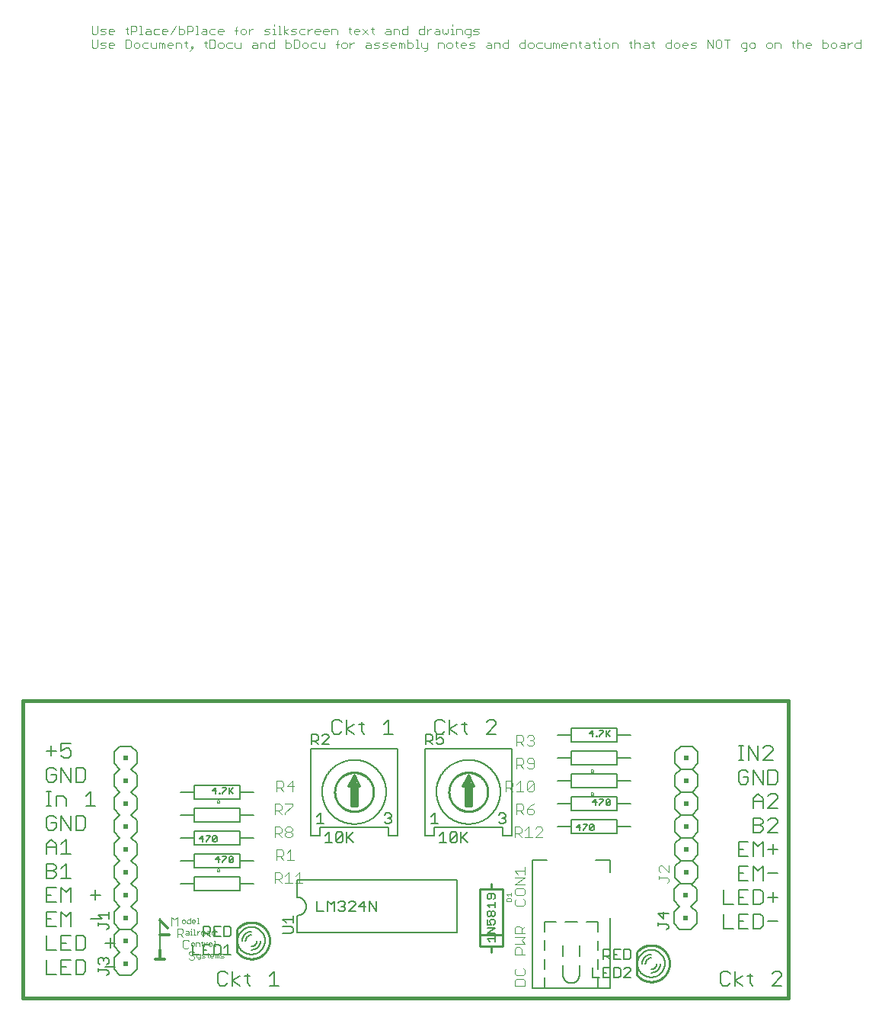
<source format=gto>
G75*
%MOIN*%
%OFA0B0*%
%FSLAX25Y25*%
%IPPOS*%
%LPD*%
%AMOC8*
5,1,8,0,0,1.08239X$1,22.5*
%
%ADD10C,0.00400*%
%ADD11C,0.00700*%
%ADD12C,0.01600*%
%ADD13C,0.00800*%
%ADD14C,0.00500*%
%ADD15R,0.02000X0.02000*%
%ADD16C,0.00600*%
%ADD17C,0.01000*%
%ADD18C,0.00200*%
%ADD19R,0.02300X0.02300*%
%ADD20C,0.00100*%
%ADD21C,0.01200*%
%ADD22C,0.00300*%
D10*
X0112000Y0052000D02*
X0112000Y0056604D01*
X0114302Y0056604D01*
X0115069Y0055837D01*
X0115069Y0054302D01*
X0114302Y0053535D01*
X0112000Y0053535D01*
X0113535Y0053535D02*
X0115069Y0052000D01*
X0116604Y0052000D02*
X0119673Y0052000D01*
X0118139Y0052000D02*
X0118139Y0056604D01*
X0116604Y0055069D01*
X0121208Y0055069D02*
X0122742Y0056604D01*
X0122742Y0052000D01*
X0121208Y0052000D02*
X0124277Y0052000D01*
X0120465Y0062000D02*
X0117396Y0062000D01*
X0115861Y0062000D02*
X0114327Y0063535D01*
X0115094Y0063535D02*
X0112792Y0063535D01*
X0112792Y0062000D02*
X0112792Y0066604D01*
X0115094Y0066604D01*
X0115861Y0065837D01*
X0115861Y0064302D01*
X0115094Y0063535D01*
X0117396Y0065069D02*
X0118931Y0066604D01*
X0118931Y0062000D01*
X0118906Y0072000D02*
X0117371Y0072000D01*
X0116604Y0072767D01*
X0116604Y0073535D01*
X0117371Y0074302D01*
X0118906Y0074302D01*
X0119673Y0073535D01*
X0119673Y0072767D01*
X0118906Y0072000D01*
X0118906Y0074302D02*
X0119673Y0075069D01*
X0119673Y0075837D01*
X0118906Y0076604D01*
X0117371Y0076604D01*
X0116604Y0075837D01*
X0116604Y0075069D01*
X0117371Y0074302D01*
X0115069Y0074302D02*
X0114302Y0073535D01*
X0112000Y0073535D01*
X0113535Y0073535D02*
X0115069Y0072000D01*
X0115069Y0074302D02*
X0115069Y0075837D01*
X0114302Y0076604D01*
X0112000Y0076604D01*
X0112000Y0072000D01*
X0112000Y0082000D02*
X0112000Y0086604D01*
X0114302Y0086604D01*
X0115069Y0085837D01*
X0115069Y0084302D01*
X0114302Y0083535D01*
X0112000Y0083535D01*
X0113535Y0083535D02*
X0115069Y0082000D01*
X0116604Y0082000D02*
X0116604Y0082767D01*
X0119673Y0085837D01*
X0119673Y0086604D01*
X0116604Y0086604D01*
X0115861Y0092000D02*
X0114327Y0093535D01*
X0115094Y0093535D02*
X0112792Y0093535D01*
X0112792Y0092000D02*
X0112792Y0096604D01*
X0115094Y0096604D01*
X0115861Y0095837D01*
X0115861Y0094302D01*
X0115094Y0093535D01*
X0117396Y0094302D02*
X0120465Y0094302D01*
X0119698Y0092000D02*
X0119698Y0096604D01*
X0117396Y0094302D01*
X0213188Y0093535D02*
X0215490Y0093535D01*
X0216257Y0094302D01*
X0216257Y0095837D01*
X0215490Y0096604D01*
X0213188Y0096604D01*
X0213188Y0092000D01*
X0214723Y0093535D02*
X0216257Y0092000D01*
X0217792Y0092000D02*
X0220861Y0092000D01*
X0219327Y0092000D02*
X0219327Y0096604D01*
X0217792Y0095069D01*
X0222396Y0095837D02*
X0222396Y0092767D01*
X0225465Y0095837D01*
X0225465Y0092767D01*
X0224698Y0092000D01*
X0223163Y0092000D01*
X0222396Y0092767D01*
X0222396Y0095837D02*
X0223163Y0096604D01*
X0224698Y0096604D01*
X0225465Y0095837D01*
X0224698Y0102000D02*
X0225465Y0102767D01*
X0225465Y0105837D01*
X0224698Y0106604D01*
X0223163Y0106604D01*
X0222396Y0105837D01*
X0222396Y0105069D01*
X0223163Y0104302D01*
X0225465Y0104302D01*
X0224698Y0102000D02*
X0223163Y0102000D01*
X0222396Y0102767D01*
X0220861Y0102000D02*
X0219327Y0103535D01*
X0220094Y0103535D02*
X0217792Y0103535D01*
X0217792Y0102000D02*
X0217792Y0106604D01*
X0220094Y0106604D01*
X0220861Y0105837D01*
X0220861Y0104302D01*
X0220094Y0103535D01*
X0220861Y0112000D02*
X0219327Y0113535D01*
X0220094Y0113535D02*
X0217792Y0113535D01*
X0217792Y0112000D02*
X0217792Y0116604D01*
X0220094Y0116604D01*
X0220861Y0115837D01*
X0220861Y0114302D01*
X0220094Y0113535D01*
X0222396Y0112767D02*
X0223163Y0112000D01*
X0224698Y0112000D01*
X0225465Y0112767D01*
X0225465Y0113535D01*
X0224698Y0114302D01*
X0223931Y0114302D01*
X0224698Y0114302D02*
X0225465Y0115069D01*
X0225465Y0115837D01*
X0224698Y0116604D01*
X0223163Y0116604D01*
X0222396Y0115837D01*
X0220094Y0086604D02*
X0217792Y0086604D01*
X0217792Y0082000D01*
X0217792Y0083535D02*
X0220094Y0083535D01*
X0220861Y0084302D01*
X0220861Y0085837D01*
X0220094Y0086604D01*
X0219327Y0083535D02*
X0220861Y0082000D01*
X0222396Y0082767D02*
X0223163Y0082000D01*
X0224698Y0082000D01*
X0225465Y0082767D01*
X0225465Y0083535D01*
X0224698Y0084302D01*
X0222396Y0084302D01*
X0222396Y0082767D01*
X0222396Y0084302D02*
X0223931Y0085837D01*
X0225465Y0086604D01*
X0226975Y0076604D02*
X0226208Y0075837D01*
X0226975Y0076604D02*
X0228510Y0076604D01*
X0229277Y0075837D01*
X0229277Y0075069D01*
X0226208Y0072000D01*
X0229277Y0072000D01*
X0224673Y0072000D02*
X0221604Y0072000D01*
X0223139Y0072000D02*
X0223139Y0076604D01*
X0221604Y0075069D01*
X0220069Y0074302D02*
X0219302Y0073535D01*
X0217000Y0073535D01*
X0218535Y0073535D02*
X0220069Y0072000D01*
X0220069Y0074302D02*
X0220069Y0075837D01*
X0219302Y0076604D01*
X0217000Y0076604D01*
X0217000Y0072000D01*
X0221600Y0058881D02*
X0221600Y0055812D01*
X0221600Y0057346D02*
X0216996Y0057346D01*
X0218531Y0055812D01*
X0216996Y0054277D02*
X0221600Y0054277D01*
X0216996Y0051208D01*
X0221600Y0051208D01*
X0220833Y0049673D02*
X0217763Y0049673D01*
X0216996Y0048906D01*
X0216996Y0047371D01*
X0217763Y0046604D01*
X0220833Y0046604D01*
X0221600Y0047371D01*
X0221600Y0048906D01*
X0220833Y0049673D01*
X0220833Y0045069D02*
X0221600Y0044302D01*
X0221600Y0042767D01*
X0220833Y0042000D01*
X0217763Y0042000D01*
X0216996Y0042767D01*
X0216996Y0044302D01*
X0217763Y0045069D01*
X0217763Y0033089D02*
X0219298Y0033089D01*
X0220065Y0032322D01*
X0220065Y0030020D01*
X0220065Y0031554D02*
X0221600Y0033089D01*
X0221600Y0030020D02*
X0216996Y0030020D01*
X0216996Y0032322D01*
X0217763Y0033089D01*
X0216996Y0028485D02*
X0221600Y0028485D01*
X0220065Y0026950D01*
X0221600Y0025416D01*
X0216996Y0025416D01*
X0217763Y0023881D02*
X0219298Y0023881D01*
X0220065Y0023114D01*
X0220065Y0020812D01*
X0221600Y0020812D02*
X0216996Y0020812D01*
X0216996Y0023114D01*
X0217763Y0023881D01*
X0217763Y0014673D02*
X0216996Y0013906D01*
X0216996Y0012371D01*
X0217763Y0011604D01*
X0220833Y0011604D01*
X0221600Y0012371D01*
X0221600Y0013906D01*
X0220833Y0014673D01*
X0220833Y0010069D02*
X0217763Y0010069D01*
X0216996Y0009302D01*
X0216996Y0007000D01*
X0221600Y0007000D01*
X0221600Y0009302D01*
X0220833Y0010069D01*
X0279996Y0053535D02*
X0279996Y0055069D01*
X0279996Y0054302D02*
X0283833Y0054302D01*
X0284600Y0053535D01*
X0284600Y0052767D01*
X0283833Y0052000D01*
X0284600Y0056604D02*
X0281531Y0059673D01*
X0280763Y0059673D01*
X0279996Y0058906D01*
X0279996Y0057371D01*
X0280763Y0056604D01*
X0284600Y0056604D02*
X0284600Y0059673D01*
X0317417Y0415799D02*
X0318017Y0415799D01*
X0318618Y0416399D01*
X0318618Y0419402D01*
X0316816Y0419402D01*
X0316216Y0418802D01*
X0316216Y0417601D01*
X0316816Y0417000D01*
X0318618Y0417000D01*
X0319899Y0417601D02*
X0320500Y0417000D01*
X0321701Y0417000D01*
X0322301Y0417601D01*
X0322301Y0418802D01*
X0321701Y0419402D01*
X0320500Y0419402D01*
X0319899Y0418802D01*
X0319899Y0417601D01*
X0327265Y0417601D02*
X0327866Y0417000D01*
X0329067Y0417000D01*
X0329667Y0417601D01*
X0329667Y0418802D01*
X0329067Y0419402D01*
X0327866Y0419402D01*
X0327265Y0418802D01*
X0327265Y0417601D01*
X0330949Y0417000D02*
X0330949Y0419402D01*
X0332750Y0419402D01*
X0333351Y0418802D01*
X0333351Y0417000D01*
X0338315Y0419402D02*
X0339516Y0419402D01*
X0338915Y0420003D02*
X0338915Y0417601D01*
X0339516Y0417000D01*
X0340770Y0417000D02*
X0340770Y0420603D01*
X0341371Y0419402D02*
X0342572Y0419402D01*
X0343172Y0418802D01*
X0343172Y0417000D01*
X0344453Y0417601D02*
X0344453Y0418802D01*
X0345054Y0419402D01*
X0346255Y0419402D01*
X0346855Y0418802D01*
X0346855Y0418201D01*
X0344453Y0418201D01*
X0344453Y0417601D02*
X0345054Y0417000D01*
X0346255Y0417000D01*
X0351820Y0417000D02*
X0351820Y0420603D01*
X0351820Y0419402D02*
X0353621Y0419402D01*
X0354222Y0418802D01*
X0354222Y0417601D01*
X0353621Y0417000D01*
X0351820Y0417000D01*
X0355503Y0417601D02*
X0356103Y0417000D01*
X0357304Y0417000D01*
X0357905Y0417601D01*
X0357905Y0418802D01*
X0357304Y0419402D01*
X0356103Y0419402D01*
X0355503Y0418802D01*
X0355503Y0417601D01*
X0359186Y0417601D02*
X0359786Y0418201D01*
X0361588Y0418201D01*
X0361588Y0418802D02*
X0361588Y0417000D01*
X0359786Y0417000D01*
X0359186Y0417601D01*
X0359786Y0419402D02*
X0360987Y0419402D01*
X0361588Y0418802D01*
X0362869Y0419402D02*
X0362869Y0417000D01*
X0362869Y0418201D02*
X0364070Y0419402D01*
X0364671Y0419402D01*
X0365938Y0418802D02*
X0366539Y0419402D01*
X0368340Y0419402D01*
X0368340Y0420603D02*
X0368340Y0417000D01*
X0366539Y0417000D01*
X0365938Y0417601D01*
X0365938Y0418802D01*
X0341371Y0419402D02*
X0340770Y0418802D01*
X0311252Y0420603D02*
X0308850Y0420603D01*
X0310051Y0420603D02*
X0310051Y0417000D01*
X0307569Y0417601D02*
X0307569Y0420003D01*
X0306968Y0420603D01*
X0305767Y0420603D01*
X0305167Y0420003D01*
X0305167Y0417601D01*
X0305767Y0417000D01*
X0306968Y0417000D01*
X0307569Y0417601D01*
X0303885Y0417000D02*
X0303885Y0420603D01*
X0301483Y0420603D02*
X0303885Y0417000D01*
X0301483Y0417000D02*
X0301483Y0420603D01*
X0296519Y0419402D02*
X0294718Y0419402D01*
X0294117Y0418802D01*
X0294718Y0418201D01*
X0295919Y0418201D01*
X0296519Y0417601D01*
X0295919Y0417000D01*
X0294117Y0417000D01*
X0292836Y0418201D02*
X0290434Y0418201D01*
X0290434Y0417601D02*
X0290434Y0418802D01*
X0291034Y0419402D01*
X0292235Y0419402D01*
X0292836Y0418802D01*
X0292836Y0418201D01*
X0292235Y0417000D02*
X0291034Y0417000D01*
X0290434Y0417601D01*
X0289153Y0417601D02*
X0289153Y0418802D01*
X0288552Y0419402D01*
X0287351Y0419402D01*
X0286751Y0418802D01*
X0286751Y0417601D01*
X0287351Y0417000D01*
X0288552Y0417000D01*
X0289153Y0417601D01*
X0285470Y0417000D02*
X0285470Y0420603D01*
X0285470Y0419402D02*
X0283668Y0419402D01*
X0283068Y0418802D01*
X0283068Y0417601D01*
X0283668Y0417000D01*
X0285470Y0417000D01*
X0278130Y0417000D02*
X0277530Y0417601D01*
X0277530Y0420003D01*
X0276929Y0419402D02*
X0278130Y0419402D01*
X0275648Y0418802D02*
X0275648Y0417000D01*
X0273846Y0417000D01*
X0273246Y0417601D01*
X0273846Y0418201D01*
X0275648Y0418201D01*
X0275648Y0418802D02*
X0275047Y0419402D01*
X0273846Y0419402D01*
X0271965Y0418802D02*
X0271965Y0417000D01*
X0271965Y0418802D02*
X0271364Y0419402D01*
X0270163Y0419402D01*
X0269563Y0418802D01*
X0268308Y0419402D02*
X0267107Y0419402D01*
X0267708Y0420003D02*
X0267708Y0417601D01*
X0268308Y0417000D01*
X0269563Y0417000D02*
X0269563Y0420603D01*
X0262143Y0418802D02*
X0262143Y0417000D01*
X0262143Y0418802D02*
X0261543Y0419402D01*
X0259741Y0419402D01*
X0259741Y0417000D01*
X0258460Y0417601D02*
X0258460Y0418802D01*
X0257859Y0419402D01*
X0256658Y0419402D01*
X0256058Y0418802D01*
X0256058Y0417601D01*
X0256658Y0417000D01*
X0257859Y0417000D01*
X0258460Y0417601D01*
X0254804Y0417000D02*
X0253602Y0417000D01*
X0254203Y0417000D02*
X0254203Y0419402D01*
X0253602Y0419402D01*
X0252348Y0419402D02*
X0251147Y0419402D01*
X0251748Y0420003D02*
X0251748Y0417601D01*
X0252348Y0417000D01*
X0249866Y0417000D02*
X0248064Y0417000D01*
X0247464Y0417601D01*
X0248064Y0418201D01*
X0249866Y0418201D01*
X0249866Y0418802D02*
X0249866Y0417000D01*
X0249866Y0418802D02*
X0249265Y0419402D01*
X0248064Y0419402D01*
X0246210Y0419402D02*
X0245009Y0419402D01*
X0245609Y0420003D02*
X0245609Y0417601D01*
X0246210Y0417000D01*
X0243727Y0417000D02*
X0243727Y0418802D01*
X0243127Y0419402D01*
X0241325Y0419402D01*
X0241325Y0417000D01*
X0240044Y0418201D02*
X0237642Y0418201D01*
X0237642Y0417601D02*
X0237642Y0418802D01*
X0238243Y0419402D01*
X0239444Y0419402D01*
X0240044Y0418802D01*
X0240044Y0418201D01*
X0239444Y0417000D02*
X0238243Y0417000D01*
X0237642Y0417601D01*
X0236361Y0417000D02*
X0236361Y0418802D01*
X0235761Y0419402D01*
X0235160Y0418802D01*
X0235160Y0417000D01*
X0233959Y0417000D02*
X0233959Y0419402D01*
X0234560Y0419402D01*
X0235160Y0418802D01*
X0232678Y0419402D02*
X0232678Y0417000D01*
X0230876Y0417000D01*
X0230276Y0417601D01*
X0230276Y0419402D01*
X0228995Y0419402D02*
X0227193Y0419402D01*
X0226593Y0418802D01*
X0226593Y0417601D01*
X0227193Y0417000D01*
X0228995Y0417000D01*
X0225312Y0417601D02*
X0225312Y0418802D01*
X0224711Y0419402D01*
X0223510Y0419402D01*
X0222910Y0418802D01*
X0222910Y0417601D01*
X0223510Y0417000D01*
X0224711Y0417000D01*
X0225312Y0417601D01*
X0221629Y0417000D02*
X0221629Y0420603D01*
X0221629Y0419402D02*
X0219827Y0419402D01*
X0219226Y0418802D01*
X0219226Y0417601D01*
X0219827Y0417000D01*
X0221629Y0417000D01*
X0214262Y0417000D02*
X0212461Y0417000D01*
X0211860Y0417601D01*
X0211860Y0418802D01*
X0212461Y0419402D01*
X0214262Y0419402D01*
X0214262Y0420603D02*
X0214262Y0417000D01*
X0210579Y0417000D02*
X0210579Y0418802D01*
X0209979Y0419402D01*
X0208177Y0419402D01*
X0208177Y0417000D01*
X0206896Y0417000D02*
X0205094Y0417000D01*
X0204494Y0417601D01*
X0205094Y0418201D01*
X0206896Y0418201D01*
X0206896Y0418802D02*
X0206896Y0417000D01*
X0206896Y0418802D02*
X0206295Y0419402D01*
X0205094Y0419402D01*
X0201371Y0423601D02*
X0200771Y0424201D01*
X0199570Y0424201D01*
X0198969Y0424802D01*
X0199570Y0425402D01*
X0201371Y0425402D01*
X0201371Y0423601D02*
X0200771Y0423000D01*
X0198969Y0423000D01*
X0197688Y0423000D02*
X0195887Y0423000D01*
X0195286Y0423601D01*
X0195286Y0424802D01*
X0195887Y0425402D01*
X0197688Y0425402D01*
X0197688Y0422399D01*
X0197088Y0421799D01*
X0196487Y0421799D01*
X0195246Y0419402D02*
X0195847Y0418802D01*
X0195847Y0418201D01*
X0193444Y0418201D01*
X0193444Y0417601D02*
X0193444Y0418802D01*
X0194045Y0419402D01*
X0195246Y0419402D01*
X0197128Y0418802D02*
X0197728Y0419402D01*
X0199530Y0419402D01*
X0198929Y0418201D02*
X0197728Y0418201D01*
X0197128Y0418802D01*
X0197128Y0417000D02*
X0198929Y0417000D01*
X0199530Y0417601D01*
X0198929Y0418201D01*
X0195246Y0417000D02*
X0194045Y0417000D01*
X0193444Y0417601D01*
X0192190Y0417000D02*
X0191590Y0417601D01*
X0191590Y0420003D01*
X0190989Y0419402D02*
X0192190Y0419402D01*
X0189708Y0418802D02*
X0189107Y0419402D01*
X0187906Y0419402D01*
X0187306Y0418802D01*
X0187306Y0417601D01*
X0187906Y0417000D01*
X0189107Y0417000D01*
X0189708Y0417601D01*
X0189708Y0418802D01*
X0186025Y0418802D02*
X0186025Y0417000D01*
X0186025Y0418802D02*
X0185424Y0419402D01*
X0183623Y0419402D01*
X0183623Y0417000D01*
X0178659Y0417000D02*
X0176857Y0417000D01*
X0176256Y0417601D01*
X0176256Y0419402D01*
X0174402Y0420603D02*
X0174402Y0417000D01*
X0175002Y0417000D02*
X0173801Y0417000D01*
X0172520Y0417601D02*
X0172520Y0418802D01*
X0171919Y0419402D01*
X0170118Y0419402D01*
X0170118Y0420603D02*
X0170118Y0417000D01*
X0171919Y0417000D01*
X0172520Y0417601D01*
X0173801Y0420603D02*
X0174402Y0420603D01*
X0175629Y0423000D02*
X0175029Y0423601D01*
X0175029Y0424802D01*
X0175629Y0425402D01*
X0177431Y0425402D01*
X0177431Y0426603D02*
X0177431Y0423000D01*
X0175629Y0423000D01*
X0178712Y0423000D02*
X0178712Y0425402D01*
X0179913Y0425402D02*
X0180513Y0425402D01*
X0179913Y0425402D02*
X0178712Y0424201D01*
X0181781Y0423601D02*
X0182382Y0424201D01*
X0184183Y0424201D01*
X0184183Y0424802D02*
X0184183Y0423000D01*
X0182382Y0423000D01*
X0181781Y0423601D01*
X0182382Y0425402D02*
X0183583Y0425402D01*
X0184183Y0424802D01*
X0185464Y0425402D02*
X0185464Y0423601D01*
X0186065Y0423000D01*
X0186665Y0423601D01*
X0187266Y0423000D01*
X0187866Y0423601D01*
X0187866Y0425402D01*
X0189147Y0425402D02*
X0189748Y0425402D01*
X0189748Y0423000D01*
X0190348Y0423000D02*
X0189147Y0423000D01*
X0191603Y0423000D02*
X0191603Y0425402D01*
X0193404Y0425402D01*
X0194005Y0424802D01*
X0194005Y0423000D01*
X0189748Y0426603D02*
X0189748Y0427204D01*
X0178659Y0419402D02*
X0178659Y0416399D01*
X0178058Y0415799D01*
X0177457Y0415799D01*
X0168837Y0417000D02*
X0168837Y0418802D01*
X0168236Y0419402D01*
X0167636Y0418802D01*
X0167636Y0417000D01*
X0166435Y0417000D02*
X0166435Y0419402D01*
X0167035Y0419402D01*
X0167636Y0418802D01*
X0165154Y0418802D02*
X0165154Y0418201D01*
X0162752Y0418201D01*
X0162752Y0417601D02*
X0162752Y0418802D01*
X0163352Y0419402D01*
X0164553Y0419402D01*
X0165154Y0418802D01*
X0164553Y0417000D02*
X0163352Y0417000D01*
X0162752Y0417601D01*
X0161471Y0417601D02*
X0160870Y0418201D01*
X0159669Y0418201D01*
X0159068Y0418802D01*
X0159669Y0419402D01*
X0161471Y0419402D01*
X0161471Y0417601D02*
X0160870Y0417000D01*
X0159068Y0417000D01*
X0157787Y0417601D02*
X0157187Y0418201D01*
X0155986Y0418201D01*
X0155385Y0418802D01*
X0155986Y0419402D01*
X0157787Y0419402D01*
X0157787Y0417601D02*
X0157187Y0417000D01*
X0155385Y0417000D01*
X0154104Y0417000D02*
X0152303Y0417000D01*
X0151702Y0417601D01*
X0152303Y0418201D01*
X0154104Y0418201D01*
X0154104Y0418802D02*
X0154104Y0417000D01*
X0154104Y0418802D02*
X0153504Y0419402D01*
X0152303Y0419402D01*
X0152876Y0423000D02*
X0150474Y0425402D01*
X0149193Y0424802D02*
X0148593Y0425402D01*
X0147392Y0425402D01*
X0146791Y0424802D01*
X0146791Y0423601D01*
X0147392Y0423000D01*
X0148593Y0423000D01*
X0149193Y0424201D02*
X0146791Y0424201D01*
X0145537Y0423000D02*
X0144936Y0423601D01*
X0144936Y0426003D01*
X0144336Y0425402D02*
X0145537Y0425402D01*
X0149193Y0424802D02*
X0149193Y0424201D01*
X0150474Y0423000D02*
X0152876Y0425402D01*
X0154158Y0425402D02*
X0155359Y0425402D01*
X0154758Y0426003D02*
X0154758Y0423601D01*
X0155359Y0423000D01*
X0160296Y0423601D02*
X0160897Y0424201D01*
X0162698Y0424201D01*
X0162698Y0424802D02*
X0162698Y0423000D01*
X0160897Y0423000D01*
X0160296Y0423601D01*
X0160897Y0425402D02*
X0162098Y0425402D01*
X0162698Y0424802D01*
X0163979Y0425402D02*
X0165781Y0425402D01*
X0166381Y0424802D01*
X0166381Y0423000D01*
X0167662Y0423601D02*
X0167662Y0424802D01*
X0168263Y0425402D01*
X0170064Y0425402D01*
X0170064Y0426603D02*
X0170064Y0423000D01*
X0168263Y0423000D01*
X0167662Y0423601D01*
X0163979Y0423000D02*
X0163979Y0425402D01*
X0146751Y0419402D02*
X0146151Y0419402D01*
X0144950Y0418201D01*
X0144950Y0417000D02*
X0144950Y0419402D01*
X0143669Y0418802D02*
X0143068Y0419402D01*
X0141867Y0419402D01*
X0141267Y0418802D01*
X0141267Y0417601D01*
X0141867Y0417000D01*
X0143068Y0417000D01*
X0143669Y0417601D01*
X0143669Y0418802D01*
X0140012Y0418802D02*
X0138811Y0418802D01*
X0139412Y0420003D02*
X0140012Y0420603D01*
X0139412Y0420003D02*
X0139412Y0417000D01*
X0133847Y0417000D02*
X0133847Y0419402D01*
X0133847Y0417000D02*
X0132045Y0417000D01*
X0131445Y0417601D01*
X0131445Y0419402D01*
X0130164Y0419402D02*
X0128362Y0419402D01*
X0127762Y0418802D01*
X0127762Y0417601D01*
X0128362Y0417000D01*
X0130164Y0417000D01*
X0126481Y0417601D02*
X0126481Y0418802D01*
X0125880Y0419402D01*
X0124679Y0419402D01*
X0124079Y0418802D01*
X0124079Y0417601D01*
X0124679Y0417000D01*
X0125880Y0417000D01*
X0126481Y0417601D01*
X0122798Y0417601D02*
X0122798Y0420003D01*
X0122197Y0420603D01*
X0120395Y0420603D01*
X0120395Y0417000D01*
X0122197Y0417000D01*
X0122798Y0417601D01*
X0119114Y0417601D02*
X0119114Y0418802D01*
X0118514Y0419402D01*
X0116712Y0419402D01*
X0116712Y0420603D02*
X0116712Y0417000D01*
X0118514Y0417000D01*
X0119114Y0417601D01*
X0119168Y0423000D02*
X0120969Y0423000D01*
X0121570Y0423601D01*
X0120969Y0424201D01*
X0119768Y0424201D01*
X0119168Y0424802D01*
X0119768Y0425402D01*
X0121570Y0425402D01*
X0122851Y0424802D02*
X0122851Y0423601D01*
X0123451Y0423000D01*
X0125253Y0423000D01*
X0126534Y0423000D02*
X0126534Y0425402D01*
X0126534Y0424201D02*
X0127735Y0425402D01*
X0128336Y0425402D01*
X0129603Y0424802D02*
X0130204Y0425402D01*
X0131405Y0425402D01*
X0132005Y0424802D01*
X0132005Y0424201D01*
X0129603Y0424201D01*
X0129603Y0423601D02*
X0129603Y0424802D01*
X0129603Y0423601D02*
X0130204Y0423000D01*
X0131405Y0423000D01*
X0133286Y0423601D02*
X0133286Y0424802D01*
X0133887Y0425402D01*
X0135088Y0425402D01*
X0135688Y0424802D01*
X0135688Y0424201D01*
X0133286Y0424201D01*
X0133286Y0423601D02*
X0133887Y0423000D01*
X0135088Y0423000D01*
X0136970Y0423000D02*
X0136970Y0425402D01*
X0138771Y0425402D01*
X0139372Y0424802D01*
X0139372Y0423000D01*
X0125253Y0425402D02*
X0123451Y0425402D01*
X0122851Y0424802D01*
X0117900Y0425402D02*
X0116098Y0424201D01*
X0117900Y0423000D01*
X0116098Y0423000D02*
X0116098Y0426603D01*
X0114244Y0426603D02*
X0114244Y0423000D01*
X0114844Y0423000D02*
X0113643Y0423000D01*
X0112389Y0423000D02*
X0111188Y0423000D01*
X0111788Y0423000D02*
X0111788Y0425402D01*
X0111188Y0425402D01*
X0109906Y0425402D02*
X0108105Y0425402D01*
X0107504Y0424802D01*
X0108105Y0424201D01*
X0109306Y0424201D01*
X0109906Y0423601D01*
X0109306Y0423000D01*
X0107504Y0423000D01*
X0107464Y0419402D02*
X0108065Y0418802D01*
X0108065Y0417000D01*
X0109346Y0417601D02*
X0109346Y0418802D01*
X0109947Y0419402D01*
X0111748Y0419402D01*
X0111748Y0420603D02*
X0111748Y0417000D01*
X0109947Y0417000D01*
X0109346Y0417601D01*
X0107464Y0419402D02*
X0105663Y0419402D01*
X0105663Y0417000D01*
X0104382Y0417000D02*
X0102580Y0417000D01*
X0101980Y0417601D01*
X0102580Y0418201D01*
X0104382Y0418201D01*
X0104382Y0418802D02*
X0104382Y0417000D01*
X0104382Y0418802D02*
X0103781Y0419402D01*
X0102580Y0419402D01*
X0100752Y0423000D02*
X0100752Y0425402D01*
X0100752Y0424201D02*
X0101953Y0425402D01*
X0102554Y0425402D01*
X0099471Y0424802D02*
X0098870Y0425402D01*
X0097669Y0425402D01*
X0097069Y0424802D01*
X0097069Y0423601D01*
X0097669Y0423000D01*
X0098870Y0423000D01*
X0099471Y0423601D01*
X0099471Y0424802D01*
X0095814Y0424802D02*
X0094613Y0424802D01*
X0095214Y0426003D02*
X0095214Y0423000D01*
X0095214Y0426003D02*
X0095814Y0426603D01*
X0089649Y0424802D02*
X0089649Y0424201D01*
X0087247Y0424201D01*
X0087247Y0423601D02*
X0087247Y0424802D01*
X0087848Y0425402D01*
X0089049Y0425402D01*
X0089649Y0424802D01*
X0089049Y0423000D02*
X0087848Y0423000D01*
X0087247Y0423601D01*
X0085966Y0423000D02*
X0084165Y0423000D01*
X0083564Y0423601D01*
X0083564Y0424802D01*
X0084165Y0425402D01*
X0085966Y0425402D01*
X0082283Y0424802D02*
X0082283Y0423000D01*
X0080481Y0423000D01*
X0079881Y0423601D01*
X0080481Y0424201D01*
X0082283Y0424201D01*
X0082283Y0424802D02*
X0081682Y0425402D01*
X0080481Y0425402D01*
X0078026Y0426603D02*
X0078026Y0423000D01*
X0078626Y0423000D02*
X0077425Y0423000D01*
X0076144Y0424802D02*
X0075544Y0424201D01*
X0073742Y0424201D01*
X0073742Y0423000D02*
X0073742Y0426603D01*
X0075544Y0426603D01*
X0076144Y0426003D01*
X0076144Y0424802D01*
X0077425Y0426603D02*
X0078026Y0426603D01*
X0072461Y0424802D02*
X0071861Y0425402D01*
X0070059Y0425402D01*
X0070059Y0426603D02*
X0070059Y0423000D01*
X0071861Y0423000D01*
X0072461Y0423601D01*
X0072461Y0424802D01*
X0068778Y0426603D02*
X0066376Y0423000D01*
X0065095Y0424201D02*
X0062693Y0424201D01*
X0062693Y0423601D02*
X0062693Y0424802D01*
X0063293Y0425402D01*
X0064494Y0425402D01*
X0065095Y0424802D01*
X0065095Y0424201D01*
X0064494Y0423000D02*
X0063293Y0423000D01*
X0062693Y0423601D01*
X0061412Y0423000D02*
X0059610Y0423000D01*
X0059010Y0423601D01*
X0059010Y0424802D01*
X0059610Y0425402D01*
X0061412Y0425402D01*
X0057729Y0424802D02*
X0057729Y0423000D01*
X0055927Y0423000D01*
X0055327Y0423601D01*
X0055927Y0424201D01*
X0057729Y0424201D01*
X0057729Y0424802D02*
X0057128Y0425402D01*
X0055927Y0425402D01*
X0053472Y0426603D02*
X0053472Y0423000D01*
X0054072Y0423000D02*
X0052871Y0423000D01*
X0051590Y0424802D02*
X0051590Y0426003D01*
X0050990Y0426603D01*
X0049188Y0426603D01*
X0049188Y0423000D01*
X0049188Y0424201D02*
X0050990Y0424201D01*
X0051590Y0424802D01*
X0052871Y0426603D02*
X0053472Y0426603D01*
X0048534Y0420603D02*
X0046733Y0420603D01*
X0046733Y0417000D01*
X0048534Y0417000D01*
X0049135Y0417601D01*
X0049135Y0420003D01*
X0048534Y0420603D01*
X0047934Y0423000D02*
X0047333Y0423601D01*
X0047333Y0426003D01*
X0046733Y0425402D02*
X0047934Y0425402D01*
X0041768Y0424802D02*
X0041768Y0424201D01*
X0039366Y0424201D01*
X0039366Y0423601D02*
X0039366Y0424802D01*
X0039967Y0425402D01*
X0041168Y0425402D01*
X0041768Y0424802D01*
X0041168Y0423000D02*
X0039967Y0423000D01*
X0039366Y0423601D01*
X0038085Y0423601D02*
X0037485Y0424201D01*
X0036284Y0424201D01*
X0035683Y0424802D01*
X0036284Y0425402D01*
X0038085Y0425402D01*
X0038085Y0423601D02*
X0037485Y0423000D01*
X0035683Y0423000D01*
X0034402Y0423601D02*
X0034402Y0426603D01*
X0032000Y0426603D02*
X0032000Y0423601D01*
X0032601Y0423000D01*
X0033802Y0423000D01*
X0034402Y0423601D01*
X0034402Y0420603D02*
X0034402Y0417601D01*
X0033802Y0417000D01*
X0032601Y0417000D01*
X0032000Y0417601D01*
X0032000Y0420603D01*
X0035683Y0418802D02*
X0036284Y0419402D01*
X0038085Y0419402D01*
X0037485Y0418201D02*
X0036284Y0418201D01*
X0035683Y0418802D01*
X0035683Y0417000D02*
X0037485Y0417000D01*
X0038085Y0417601D01*
X0037485Y0418201D01*
X0039366Y0418201D02*
X0041768Y0418201D01*
X0041768Y0418802D01*
X0041168Y0419402D01*
X0039967Y0419402D01*
X0039366Y0418802D01*
X0039366Y0417601D01*
X0039967Y0417000D01*
X0041168Y0417000D01*
X0050416Y0417601D02*
X0051016Y0417000D01*
X0052217Y0417000D01*
X0052818Y0417601D01*
X0052818Y0418802D01*
X0052217Y0419402D01*
X0051016Y0419402D01*
X0050416Y0418802D01*
X0050416Y0417601D01*
X0054099Y0417601D02*
X0054699Y0417000D01*
X0056501Y0417000D01*
X0057782Y0417601D02*
X0058383Y0417000D01*
X0060184Y0417000D01*
X0060184Y0419402D01*
X0061465Y0419402D02*
X0062066Y0419402D01*
X0062666Y0418802D01*
X0063267Y0419402D01*
X0063867Y0418802D01*
X0063867Y0417000D01*
X0062666Y0417000D02*
X0062666Y0418802D01*
X0061465Y0419402D02*
X0061465Y0417000D01*
X0057782Y0417601D02*
X0057782Y0419402D01*
X0056501Y0419402D02*
X0054699Y0419402D01*
X0054099Y0418802D01*
X0054099Y0417601D01*
X0065148Y0417601D02*
X0065148Y0418802D01*
X0065749Y0419402D01*
X0066950Y0419402D01*
X0067550Y0418802D01*
X0067550Y0418201D01*
X0065148Y0418201D01*
X0065148Y0417601D02*
X0065749Y0417000D01*
X0066950Y0417000D01*
X0068831Y0417000D02*
X0068831Y0419402D01*
X0070633Y0419402D01*
X0071233Y0418802D01*
X0071233Y0417000D01*
X0073115Y0417601D02*
X0073716Y0417000D01*
X0073115Y0417601D02*
X0073115Y0420003D01*
X0072515Y0419402D02*
X0073716Y0419402D01*
X0075571Y0417601D02*
X0075571Y0417000D01*
X0076171Y0417000D01*
X0076171Y0417601D01*
X0075571Y0417601D01*
X0076171Y0417000D02*
X0074970Y0415799D01*
X0081709Y0417601D02*
X0082310Y0417000D01*
X0081709Y0417601D02*
X0081709Y0420003D01*
X0081109Y0419402D02*
X0082310Y0419402D01*
X0083564Y0420603D02*
X0083564Y0417000D01*
X0085366Y0417000D01*
X0085966Y0417601D01*
X0085966Y0420003D01*
X0085366Y0420603D01*
X0083564Y0420603D01*
X0087247Y0418802D02*
X0087247Y0417601D01*
X0087848Y0417000D01*
X0089049Y0417000D01*
X0089649Y0417601D01*
X0089649Y0418802D01*
X0089049Y0419402D01*
X0087848Y0419402D01*
X0087247Y0418802D01*
X0090930Y0418802D02*
X0090930Y0417601D01*
X0091531Y0417000D01*
X0093332Y0417000D01*
X0094613Y0417601D02*
X0095214Y0417000D01*
X0097015Y0417000D01*
X0097015Y0419402D01*
X0094613Y0419402D02*
X0094613Y0417601D01*
X0093332Y0419402D02*
X0091531Y0419402D01*
X0090930Y0418802D01*
X0111788Y0426603D02*
X0111788Y0427204D01*
X0113643Y0426603D02*
X0114244Y0426603D01*
X0254203Y0421204D02*
X0254203Y0420603D01*
D11*
X0207862Y0123455D02*
X0205760Y0123455D01*
X0204709Y0122404D01*
X0207862Y0123455D02*
X0208913Y0122404D01*
X0208913Y0121354D01*
X0204709Y0117150D01*
X0208913Y0117150D01*
X0196069Y0117150D02*
X0195018Y0118201D01*
X0195018Y0122404D01*
X0193967Y0121354D02*
X0196069Y0121354D01*
X0191748Y0121354D02*
X0188595Y0119252D01*
X0191748Y0117150D01*
X0188595Y0117150D02*
X0188595Y0123455D01*
X0186354Y0122404D02*
X0185303Y0123455D01*
X0183201Y0123455D01*
X0182150Y0122404D01*
X0182150Y0118201D01*
X0183201Y0117150D01*
X0185303Y0117150D01*
X0186354Y0118201D01*
X0163913Y0117150D02*
X0159709Y0117150D01*
X0161811Y0117150D02*
X0161811Y0123455D01*
X0159709Y0121354D01*
X0151069Y0121354D02*
X0148967Y0121354D01*
X0150018Y0122404D02*
X0150018Y0118201D01*
X0151069Y0117150D01*
X0146748Y0117150D02*
X0143595Y0119252D01*
X0146748Y0121354D01*
X0143595Y0123455D02*
X0143595Y0117150D01*
X0141354Y0118201D02*
X0140303Y0117150D01*
X0138201Y0117150D01*
X0137150Y0118201D01*
X0137150Y0122404D01*
X0138201Y0123455D01*
X0140303Y0123455D01*
X0141354Y0122404D01*
X0111811Y0013455D02*
X0111811Y0007150D01*
X0109709Y0007150D02*
X0113913Y0007150D01*
X0109709Y0011354D02*
X0111811Y0013455D01*
X0101069Y0011354D02*
X0098967Y0011354D01*
X0100018Y0012404D02*
X0100018Y0008201D01*
X0101069Y0007150D01*
X0096748Y0007150D02*
X0093595Y0009252D01*
X0096748Y0011354D01*
X0093595Y0013455D02*
X0093595Y0007150D01*
X0091354Y0008201D02*
X0090303Y0007150D01*
X0088201Y0007150D01*
X0087150Y0008201D01*
X0087150Y0012404D01*
X0088201Y0013455D01*
X0090303Y0013455D01*
X0091354Y0012404D01*
X0042136Y0015303D02*
X0037932Y0015303D01*
X0040034Y0023701D02*
X0040034Y0027904D01*
X0037932Y0025803D02*
X0042136Y0025803D01*
X0035690Y0036303D02*
X0031486Y0036303D01*
X0028194Y0028955D02*
X0025041Y0028955D01*
X0025041Y0022650D01*
X0028194Y0022650D01*
X0029245Y0023701D01*
X0029245Y0027904D01*
X0028194Y0028955D01*
X0022799Y0028955D02*
X0018595Y0028955D01*
X0018595Y0022650D01*
X0022799Y0022650D01*
X0020697Y0025803D02*
X0018595Y0025803D01*
X0016354Y0022650D02*
X0012150Y0022650D01*
X0012150Y0028955D01*
X0012150Y0033150D02*
X0016354Y0033150D01*
X0018595Y0033150D02*
X0018595Y0039455D01*
X0020697Y0037354D01*
X0022799Y0039455D01*
X0022799Y0033150D01*
X0016354Y0039455D02*
X0012150Y0039455D01*
X0012150Y0033150D01*
X0012150Y0036303D02*
X0014252Y0036303D01*
X0012150Y0043650D02*
X0016354Y0043650D01*
X0018595Y0043650D02*
X0018595Y0049955D01*
X0020697Y0047854D01*
X0022799Y0049955D01*
X0022799Y0043650D01*
X0016354Y0049955D02*
X0012150Y0049955D01*
X0012150Y0043650D01*
X0012150Y0046803D02*
X0014252Y0046803D01*
X0015303Y0054150D02*
X0012150Y0054150D01*
X0012150Y0060455D01*
X0015303Y0060455D01*
X0016354Y0059404D01*
X0016354Y0058354D01*
X0015303Y0057303D01*
X0012150Y0057303D01*
X0015303Y0057303D02*
X0016354Y0056252D01*
X0016354Y0055201D01*
X0015303Y0054150D01*
X0018595Y0054150D02*
X0022799Y0054150D01*
X0020697Y0054150D02*
X0020697Y0060455D01*
X0018595Y0058354D01*
X0018595Y0064650D02*
X0022799Y0064650D01*
X0020697Y0064650D02*
X0020697Y0070955D01*
X0018595Y0068854D01*
X0016354Y0068854D02*
X0016354Y0064650D01*
X0016354Y0067803D02*
X0012150Y0067803D01*
X0012150Y0068854D02*
X0012150Y0064650D01*
X0012150Y0068854D02*
X0014252Y0070955D01*
X0016354Y0068854D01*
X0015303Y0075150D02*
X0013201Y0075150D01*
X0012150Y0076201D01*
X0012150Y0080404D01*
X0013201Y0081455D01*
X0015303Y0081455D01*
X0016354Y0080404D01*
X0016354Y0078303D02*
X0014252Y0078303D01*
X0016354Y0078303D02*
X0016354Y0076201D01*
X0015303Y0075150D01*
X0018595Y0075150D02*
X0018595Y0081455D01*
X0022799Y0075150D01*
X0022799Y0081455D01*
X0025041Y0081455D02*
X0028194Y0081455D01*
X0029245Y0080404D01*
X0029245Y0076201D01*
X0028194Y0075150D01*
X0025041Y0075150D01*
X0025041Y0081455D01*
X0029338Y0085650D02*
X0033542Y0085650D01*
X0031440Y0085650D02*
X0031440Y0091955D01*
X0029338Y0089854D01*
X0028194Y0096150D02*
X0025041Y0096150D01*
X0025041Y0102455D01*
X0028194Y0102455D01*
X0029245Y0101404D01*
X0029245Y0097201D01*
X0028194Y0096150D01*
X0022799Y0096150D02*
X0022799Y0102455D01*
X0018595Y0102455D02*
X0018595Y0096150D01*
X0016354Y0097201D02*
X0016354Y0099303D01*
X0014252Y0099303D01*
X0016354Y0101404D02*
X0015303Y0102455D01*
X0013201Y0102455D01*
X0012150Y0101404D01*
X0012150Y0097201D01*
X0013201Y0096150D01*
X0015303Y0096150D01*
X0016354Y0097201D01*
X0014252Y0091955D02*
X0012150Y0091955D01*
X0013201Y0091955D02*
X0013201Y0085650D01*
X0012150Y0085650D02*
X0014252Y0085650D01*
X0016447Y0085650D02*
X0016447Y0089854D01*
X0019600Y0089854D01*
X0020651Y0088803D01*
X0020651Y0085650D01*
X0022799Y0096150D02*
X0018595Y0102455D01*
X0019646Y0106650D02*
X0018595Y0107701D01*
X0019646Y0106650D02*
X0021748Y0106650D01*
X0022799Y0107701D01*
X0022799Y0109803D01*
X0021748Y0110854D01*
X0020697Y0110854D01*
X0018595Y0109803D01*
X0018595Y0112955D01*
X0022799Y0112955D01*
X0016354Y0109803D02*
X0012150Y0109803D01*
X0014252Y0111904D02*
X0014252Y0107701D01*
X0033588Y0048904D02*
X0033588Y0044701D01*
X0031486Y0046803D02*
X0035690Y0046803D01*
X0028194Y0018455D02*
X0025041Y0018455D01*
X0025041Y0012150D01*
X0028194Y0012150D01*
X0029245Y0013201D01*
X0029245Y0017404D01*
X0028194Y0018455D01*
X0022799Y0018455D02*
X0018595Y0018455D01*
X0018595Y0012150D01*
X0022799Y0012150D01*
X0020697Y0015303D02*
X0018595Y0015303D01*
X0016354Y0012150D02*
X0012150Y0012150D01*
X0012150Y0018455D01*
X0307150Y0012404D02*
X0307150Y0008201D01*
X0308201Y0007150D01*
X0310303Y0007150D01*
X0311354Y0008201D01*
X0313595Y0009252D02*
X0316748Y0011354D01*
X0318967Y0011354D02*
X0321069Y0011354D01*
X0320018Y0012404D02*
X0320018Y0008201D01*
X0321069Y0007150D01*
X0316748Y0007150D02*
X0313595Y0009252D01*
X0313595Y0007150D02*
X0313595Y0013455D01*
X0311354Y0012404D02*
X0310303Y0013455D01*
X0308201Y0013455D01*
X0307150Y0012404D01*
X0308595Y0032150D02*
X0312799Y0032150D01*
X0315041Y0032150D02*
X0319245Y0032150D01*
X0321486Y0032150D02*
X0321486Y0038455D01*
X0324639Y0038455D01*
X0325690Y0037404D01*
X0325690Y0033201D01*
X0324639Y0032150D01*
X0321486Y0032150D01*
X0317143Y0035303D02*
X0315041Y0035303D01*
X0315041Y0038455D02*
X0315041Y0032150D01*
X0315041Y0038455D02*
X0319245Y0038455D01*
X0319245Y0042650D02*
X0315041Y0042650D01*
X0315041Y0048955D01*
X0319245Y0048955D01*
X0321486Y0048955D02*
X0324639Y0048955D01*
X0325690Y0047904D01*
X0325690Y0043701D01*
X0324639Y0042650D01*
X0321486Y0042650D01*
X0321486Y0048955D01*
X0321486Y0053150D02*
X0321486Y0059455D01*
X0323588Y0057354D01*
X0325690Y0059455D01*
X0325690Y0053150D01*
X0327932Y0056303D02*
X0332136Y0056303D01*
X0330034Y0064701D02*
X0330034Y0068904D01*
X0327932Y0066803D02*
X0332136Y0066803D01*
X0325690Y0069955D02*
X0325690Y0063650D01*
X0321486Y0063650D02*
X0321486Y0069955D01*
X0323588Y0067854D01*
X0325690Y0069955D01*
X0324639Y0074150D02*
X0321486Y0074150D01*
X0321486Y0080455D01*
X0324639Y0080455D01*
X0325690Y0079404D01*
X0325690Y0078354D01*
X0324639Y0077303D01*
X0321486Y0077303D01*
X0324639Y0077303D02*
X0325690Y0076252D01*
X0325690Y0075201D01*
X0324639Y0074150D01*
X0327932Y0074150D02*
X0332136Y0078354D01*
X0332136Y0079404D01*
X0331085Y0080455D01*
X0328983Y0080455D01*
X0327932Y0079404D01*
X0327932Y0084650D02*
X0332136Y0088854D01*
X0332136Y0089904D01*
X0331085Y0090955D01*
X0328983Y0090955D01*
X0327932Y0089904D01*
X0325690Y0088854D02*
X0325690Y0084650D01*
X0327932Y0084650D02*
X0332136Y0084650D01*
X0325690Y0087803D02*
X0321486Y0087803D01*
X0321486Y0088854D02*
X0323588Y0090955D01*
X0325690Y0088854D01*
X0321486Y0088854D02*
X0321486Y0084650D01*
X0327932Y0074150D02*
X0332136Y0074150D01*
X0319245Y0069955D02*
X0315041Y0069955D01*
X0315041Y0063650D01*
X0319245Y0063650D01*
X0317143Y0066803D02*
X0315041Y0066803D01*
X0315041Y0059455D02*
X0315041Y0053150D01*
X0319245Y0053150D01*
X0317143Y0056303D02*
X0315041Y0056303D01*
X0315041Y0059455D02*
X0319245Y0059455D01*
X0308595Y0048955D02*
X0308595Y0042650D01*
X0312799Y0042650D01*
X0315041Y0045803D02*
X0317143Y0045803D01*
X0308595Y0038455D02*
X0308595Y0032150D01*
X0327932Y0035303D02*
X0332136Y0035303D01*
X0330034Y0043701D02*
X0330034Y0047904D01*
X0327932Y0045803D02*
X0332136Y0045803D01*
X0332862Y0013455D02*
X0330760Y0013455D01*
X0329709Y0012404D01*
X0332862Y0013455D02*
X0333913Y0012404D01*
X0333913Y0011354D01*
X0329709Y0007150D01*
X0333913Y0007150D01*
X0331085Y0095150D02*
X0327932Y0095150D01*
X0327932Y0101455D01*
X0331085Y0101455D01*
X0332136Y0100404D01*
X0332136Y0096201D01*
X0331085Y0095150D01*
X0325690Y0095150D02*
X0325690Y0101455D01*
X0325783Y0105650D02*
X0329987Y0109854D01*
X0329987Y0110904D01*
X0328936Y0111955D01*
X0326834Y0111955D01*
X0325783Y0110904D01*
X0323542Y0111955D02*
X0323542Y0105650D01*
X0319338Y0111955D01*
X0319338Y0105650D01*
X0317143Y0105650D02*
X0315041Y0105650D01*
X0316092Y0105650D02*
X0316092Y0111955D01*
X0315041Y0111955D02*
X0317143Y0111955D01*
X0325783Y0105650D02*
X0329987Y0105650D01*
X0321486Y0101455D02*
X0321486Y0095150D01*
X0319245Y0096201D02*
X0319245Y0098303D01*
X0317143Y0098303D01*
X0319245Y0100404D02*
X0318194Y0101455D01*
X0316092Y0101455D01*
X0315041Y0100404D01*
X0315041Y0096201D01*
X0316092Y0095150D01*
X0318194Y0095150D01*
X0319245Y0096201D01*
X0321486Y0101455D02*
X0325690Y0095150D01*
D12*
X0001800Y0131800D02*
X0001800Y0001800D01*
X0336800Y0001800D01*
X0336800Y0131800D01*
X0001800Y0131800D01*
D13*
X0041800Y0109300D02*
X0041800Y0104300D01*
X0044300Y0101800D01*
X0041800Y0099300D01*
X0041800Y0094300D01*
X0044300Y0091800D01*
X0041800Y0089300D01*
X0041800Y0084300D01*
X0044300Y0081800D01*
X0041800Y0079300D01*
X0041800Y0074300D01*
X0044300Y0071800D01*
X0041800Y0069300D01*
X0041800Y0064300D01*
X0044300Y0061800D01*
X0041800Y0059300D01*
X0041800Y0054300D01*
X0044300Y0051800D01*
X0041800Y0049300D01*
X0041800Y0044300D01*
X0044300Y0041800D01*
X0041800Y0039300D01*
X0041800Y0034300D01*
X0044300Y0031800D01*
X0049300Y0031800D01*
X0051800Y0029300D01*
X0051800Y0024300D01*
X0049300Y0021800D01*
X0051800Y0019300D01*
X0051800Y0014300D01*
X0049300Y0011800D01*
X0044300Y0011800D01*
X0041800Y0014300D01*
X0041800Y0019300D01*
X0044300Y0021800D01*
X0041800Y0024300D01*
X0041800Y0029300D01*
X0044300Y0031800D01*
X0049300Y0031800D01*
X0051800Y0034300D01*
X0051800Y0039300D01*
X0049300Y0041800D01*
X0051800Y0044300D01*
X0051800Y0049300D01*
X0049300Y0051800D01*
X0051800Y0054300D01*
X0051800Y0059300D01*
X0049300Y0061800D01*
X0051800Y0064300D01*
X0051800Y0069300D01*
X0049300Y0071800D01*
X0051800Y0074300D01*
X0051800Y0079300D01*
X0049300Y0081800D01*
X0051800Y0084300D01*
X0051800Y0089300D01*
X0049300Y0091800D01*
X0051800Y0094300D01*
X0051800Y0099300D01*
X0049300Y0101800D01*
X0051800Y0104300D01*
X0051800Y0109300D01*
X0049300Y0111800D01*
X0044300Y0111800D01*
X0041800Y0109300D01*
X0070800Y0091800D02*
X0076800Y0091800D01*
X0076800Y0094800D01*
X0096800Y0094800D01*
X0096800Y0091800D01*
X0102800Y0091800D01*
X0096800Y0091800D02*
X0096800Y0088800D01*
X0076800Y0088800D01*
X0076800Y0091800D01*
X0076800Y0084800D02*
X0076800Y0081800D01*
X0070800Y0081800D01*
X0076800Y0081800D02*
X0076800Y0078800D01*
X0096800Y0078800D01*
X0096800Y0081800D01*
X0102800Y0081800D01*
X0096800Y0081800D02*
X0096800Y0084800D01*
X0076800Y0084800D01*
X0076800Y0074800D02*
X0076800Y0071800D01*
X0070800Y0071800D01*
X0076800Y0071800D02*
X0076800Y0068800D01*
X0096800Y0068800D01*
X0096800Y0071800D01*
X0102800Y0071800D01*
X0096800Y0071800D02*
X0096800Y0074800D01*
X0076800Y0074800D01*
X0076800Y0064800D02*
X0096800Y0064800D01*
X0096800Y0061800D01*
X0102800Y0061800D01*
X0096800Y0061800D02*
X0096800Y0058800D01*
X0076800Y0058800D01*
X0076800Y0061800D01*
X0070800Y0061800D01*
X0076800Y0061800D02*
X0076800Y0064800D01*
X0076800Y0054800D02*
X0076800Y0051800D01*
X0070800Y0051800D01*
X0076800Y0051800D02*
X0076800Y0048800D01*
X0096800Y0048800D01*
X0096800Y0051800D01*
X0102800Y0051800D01*
X0096800Y0051800D02*
X0096800Y0054800D01*
X0076800Y0054800D01*
X0224871Y0062154D02*
X0224871Y0005855D01*
X0258729Y0005855D01*
X0258729Y0036800D01*
X0253611Y0034989D02*
X0253611Y0030757D01*
X0253611Y0026820D02*
X0253611Y0022587D01*
X0253611Y0018650D02*
X0253611Y0014418D01*
X0253611Y0010481D02*
X0253611Y0006249D01*
X0245343Y0011367D02*
X0245343Y0016115D01*
X0245343Y0020052D02*
X0245343Y0024800D01*
X0238257Y0024800D02*
X0238257Y0020052D01*
X0238257Y0016115D02*
X0238257Y0011367D01*
X0238256Y0011367D02*
X0238272Y0011249D01*
X0238292Y0011131D01*
X0238316Y0011014D01*
X0238344Y0010899D01*
X0238375Y0010784D01*
X0238410Y0010670D01*
X0238450Y0010557D01*
X0238492Y0010446D01*
X0238539Y0010336D01*
X0238589Y0010228D01*
X0238643Y0010121D01*
X0238700Y0010017D01*
X0238761Y0009914D01*
X0238825Y0009814D01*
X0238893Y0009716D01*
X0238963Y0009620D01*
X0239037Y0009526D01*
X0239114Y0009435D01*
X0239194Y0009347D01*
X0239277Y0009261D01*
X0239363Y0009178D01*
X0239451Y0009098D01*
X0239542Y0009021D01*
X0239636Y0008947D01*
X0239732Y0008876D01*
X0239830Y0008809D01*
X0239931Y0008745D01*
X0240033Y0008684D01*
X0240138Y0008627D01*
X0240244Y0008573D01*
X0240353Y0008523D01*
X0240462Y0008476D01*
X0240574Y0008433D01*
X0240686Y0008394D01*
X0240800Y0008359D01*
X0240915Y0008327D01*
X0241031Y0008300D01*
X0241148Y0008276D01*
X0241265Y0008256D01*
X0241384Y0008240D01*
X0241502Y0008228D01*
X0241621Y0008220D01*
X0241740Y0008216D01*
X0241860Y0008216D01*
X0241979Y0008220D01*
X0242098Y0008228D01*
X0242216Y0008240D01*
X0242335Y0008256D01*
X0242452Y0008276D01*
X0242569Y0008300D01*
X0242685Y0008327D01*
X0242800Y0008359D01*
X0242914Y0008394D01*
X0243026Y0008433D01*
X0243138Y0008476D01*
X0243247Y0008523D01*
X0243356Y0008573D01*
X0243462Y0008627D01*
X0243567Y0008684D01*
X0243669Y0008745D01*
X0243770Y0008809D01*
X0243868Y0008876D01*
X0243964Y0008947D01*
X0244058Y0009021D01*
X0244149Y0009098D01*
X0244237Y0009178D01*
X0244323Y0009261D01*
X0244406Y0009347D01*
X0244486Y0009435D01*
X0244563Y0009526D01*
X0244637Y0009620D01*
X0244707Y0009716D01*
X0244775Y0009814D01*
X0244839Y0009914D01*
X0244900Y0010017D01*
X0244957Y0010121D01*
X0245011Y0010228D01*
X0245061Y0010336D01*
X0245108Y0010446D01*
X0245150Y0010557D01*
X0245190Y0010670D01*
X0245225Y0010784D01*
X0245256Y0010899D01*
X0245284Y0011014D01*
X0245308Y0011131D01*
X0245328Y0011249D01*
X0245344Y0011367D01*
X0229989Y0010555D02*
X0229989Y0006347D01*
X0229989Y0014492D02*
X0229989Y0018700D01*
X0229989Y0022637D02*
X0229989Y0026844D01*
X0229989Y0030781D02*
X0229989Y0034989D01*
X0235238Y0034989D01*
X0239175Y0034989D02*
X0244425Y0034989D01*
X0248362Y0034989D02*
X0253611Y0034989D01*
X0258729Y0056800D02*
X0258729Y0062154D01*
X0252430Y0062154D01*
X0261800Y0073800D02*
X0241800Y0073800D01*
X0241800Y0076800D01*
X0235800Y0076800D01*
X0241800Y0076800D02*
X0241800Y0079800D01*
X0261800Y0079800D01*
X0261800Y0076800D01*
X0267800Y0076800D01*
X0261800Y0076800D02*
X0261800Y0073800D01*
X0261800Y0083800D02*
X0261800Y0086800D01*
X0267800Y0086800D01*
X0261800Y0086800D02*
X0261800Y0089800D01*
X0241800Y0089800D01*
X0241800Y0086800D01*
X0235800Y0086800D01*
X0241800Y0086800D02*
X0241800Y0083800D01*
X0261800Y0083800D01*
X0261800Y0093800D02*
X0261800Y0096800D01*
X0267800Y0096800D01*
X0261800Y0096800D02*
X0261800Y0099800D01*
X0241800Y0099800D01*
X0241800Y0096800D01*
X0235800Y0096800D01*
X0241800Y0096800D02*
X0241800Y0093800D01*
X0261800Y0093800D01*
X0261800Y0103800D02*
X0261800Y0106800D01*
X0267800Y0106800D01*
X0261800Y0106800D02*
X0261800Y0109800D01*
X0241800Y0109800D01*
X0241800Y0106800D01*
X0235800Y0106800D01*
X0241800Y0106800D02*
X0241800Y0103800D01*
X0261800Y0103800D01*
X0261800Y0113800D02*
X0261800Y0116800D01*
X0267800Y0116800D01*
X0261800Y0116800D02*
X0261800Y0119800D01*
X0241800Y0119800D01*
X0241800Y0116800D01*
X0235800Y0116800D01*
X0241800Y0116800D02*
X0241800Y0113800D01*
X0261800Y0113800D01*
X0287300Y0109300D02*
X0287300Y0104300D01*
X0289800Y0101800D01*
X0294800Y0101800D01*
X0297300Y0099300D01*
X0297300Y0094300D01*
X0294800Y0091800D01*
X0289800Y0091800D01*
X0287300Y0094300D01*
X0287300Y0099300D01*
X0289800Y0101800D01*
X0294800Y0101800D02*
X0297300Y0104300D01*
X0297300Y0109300D01*
X0294800Y0111800D01*
X0289800Y0111800D01*
X0287300Y0109300D01*
X0289800Y0091800D02*
X0287300Y0089300D01*
X0287300Y0084300D01*
X0289800Y0081800D01*
X0294800Y0081800D01*
X0297300Y0079300D01*
X0297300Y0074300D01*
X0294800Y0071800D01*
X0289800Y0071800D01*
X0287300Y0074300D01*
X0287300Y0079300D01*
X0289800Y0081800D01*
X0294800Y0081800D02*
X0297300Y0084300D01*
X0297300Y0089300D01*
X0294800Y0091800D01*
X0294800Y0071800D02*
X0297300Y0069300D01*
X0297300Y0064300D01*
X0294800Y0061800D01*
X0289800Y0061800D01*
X0287300Y0064300D01*
X0287300Y0069300D01*
X0289800Y0071800D01*
X0289800Y0061800D02*
X0287300Y0059300D01*
X0287300Y0054300D01*
X0289800Y0051800D01*
X0294800Y0051800D01*
X0297300Y0054300D01*
X0297300Y0059300D01*
X0294800Y0061800D01*
X0294300Y0051800D02*
X0289300Y0051800D01*
X0286800Y0049300D01*
X0286800Y0044300D01*
X0289300Y0041800D01*
X0286800Y0039300D01*
X0286800Y0034300D01*
X0289300Y0031800D01*
X0294300Y0031800D01*
X0296800Y0034300D01*
X0296800Y0039300D01*
X0294300Y0041800D01*
X0296800Y0044300D01*
X0296800Y0049300D01*
X0294300Y0051800D01*
X0231170Y0062154D02*
X0224871Y0062154D01*
D14*
X0212302Y0078050D02*
X0210801Y0078050D01*
X0210050Y0078801D01*
X0211551Y0080302D02*
X0212302Y0080302D01*
X0213053Y0079551D01*
X0213053Y0078801D01*
X0212302Y0078050D01*
X0212302Y0080302D02*
X0213053Y0081053D01*
X0213053Y0081803D01*
X0212302Y0082554D01*
X0210801Y0082554D01*
X0210050Y0081803D01*
X0196360Y0074254D02*
X0193358Y0071251D01*
X0194108Y0072002D02*
X0196360Y0069750D01*
X0193358Y0069750D02*
X0193358Y0074254D01*
X0191756Y0073503D02*
X0191756Y0070501D01*
X0191006Y0069750D01*
X0189505Y0069750D01*
X0188754Y0070501D01*
X0191756Y0073503D01*
X0191006Y0074254D01*
X0189505Y0074254D01*
X0188754Y0073503D01*
X0188754Y0070501D01*
X0187153Y0069750D02*
X0184150Y0069750D01*
X0185651Y0069750D02*
X0185651Y0074254D01*
X0184150Y0072753D01*
X0183553Y0078050D02*
X0180550Y0078050D01*
X0182051Y0078050D02*
X0182051Y0082554D01*
X0180550Y0081053D01*
X0163053Y0081053D02*
X0162302Y0080302D01*
X0163053Y0079551D01*
X0163053Y0078801D01*
X0162302Y0078050D01*
X0160801Y0078050D01*
X0160050Y0078801D01*
X0161551Y0080302D02*
X0162302Y0080302D01*
X0163053Y0081053D02*
X0163053Y0081803D01*
X0162302Y0082554D01*
X0160801Y0082554D01*
X0160050Y0081803D01*
X0146360Y0074254D02*
X0143358Y0071251D01*
X0144108Y0072002D02*
X0146360Y0069750D01*
X0143358Y0069750D02*
X0143358Y0074254D01*
X0141756Y0073503D02*
X0138754Y0070501D01*
X0139505Y0069750D01*
X0141006Y0069750D01*
X0141756Y0070501D01*
X0141756Y0073503D01*
X0141006Y0074254D01*
X0139505Y0074254D01*
X0138754Y0073503D01*
X0138754Y0070501D01*
X0137153Y0069750D02*
X0134150Y0069750D01*
X0135651Y0069750D02*
X0135651Y0074254D01*
X0134150Y0072753D01*
X0133553Y0078050D02*
X0130550Y0078050D01*
X0132051Y0078050D02*
X0132051Y0082554D01*
X0130550Y0081053D01*
X0131053Y0112550D02*
X0129551Y0114051D01*
X0130302Y0114051D02*
X0128050Y0114051D01*
X0128050Y0112550D02*
X0128050Y0117054D01*
X0130302Y0117054D01*
X0131053Y0116303D01*
X0131053Y0114802D01*
X0130302Y0114051D01*
X0132654Y0112550D02*
X0135656Y0115553D01*
X0135656Y0116303D01*
X0134906Y0117054D01*
X0133405Y0117054D01*
X0132654Y0116303D01*
X0132654Y0112550D02*
X0135656Y0112550D01*
X0178050Y0112550D02*
X0178050Y0117054D01*
X0180302Y0117054D01*
X0181053Y0116303D01*
X0181053Y0114802D01*
X0180302Y0114051D01*
X0178050Y0114051D01*
X0179551Y0114051D02*
X0181053Y0112550D01*
X0182654Y0113301D02*
X0183405Y0112550D01*
X0184906Y0112550D01*
X0185656Y0113301D01*
X0185656Y0114802D01*
X0184906Y0115553D01*
X0184155Y0115553D01*
X0182654Y0114802D01*
X0182654Y0117054D01*
X0185656Y0117054D01*
X0244050Y0076401D02*
X0245852Y0076401D01*
X0245401Y0075050D02*
X0245401Y0077752D01*
X0244050Y0076401D01*
X0246997Y0075500D02*
X0248798Y0077302D01*
X0248798Y0077752D01*
X0246997Y0077752D01*
X0246997Y0075500D02*
X0246997Y0075050D01*
X0249943Y0075500D02*
X0251745Y0077302D01*
X0251745Y0075500D01*
X0251294Y0075050D01*
X0250393Y0075050D01*
X0249943Y0075500D01*
X0249943Y0077302D01*
X0250393Y0077752D01*
X0251294Y0077752D01*
X0251745Y0077302D01*
X0252562Y0085850D02*
X0252562Y0088552D01*
X0251210Y0087201D01*
X0253012Y0087201D01*
X0254157Y0086300D02*
X0254157Y0085850D01*
X0254157Y0086300D02*
X0255959Y0088102D01*
X0255959Y0088552D01*
X0254157Y0088552D01*
X0257103Y0088102D02*
X0257554Y0088552D01*
X0258455Y0088552D01*
X0258905Y0088102D01*
X0257103Y0086300D01*
X0257554Y0085850D01*
X0258455Y0085850D01*
X0258905Y0086300D01*
X0258905Y0088102D01*
X0257103Y0088102D02*
X0257103Y0086300D01*
X0257103Y0115850D02*
X0257103Y0118552D01*
X0255959Y0118552D02*
X0255959Y0118102D01*
X0254157Y0116300D01*
X0254157Y0115850D01*
X0253134Y0115850D02*
X0252684Y0115850D01*
X0252684Y0116300D01*
X0253134Y0116300D01*
X0253134Y0115850D01*
X0251088Y0115850D02*
X0251088Y0118552D01*
X0249737Y0117201D01*
X0251539Y0117201D01*
X0254157Y0118552D02*
X0255959Y0118552D01*
X0257554Y0117201D02*
X0258905Y0115850D01*
X0257103Y0116751D02*
X0258905Y0118552D01*
X0207966Y0047202D02*
X0205631Y0047202D01*
X0205047Y0046618D01*
X0205047Y0045451D01*
X0205631Y0044867D01*
X0206215Y0044867D01*
X0206799Y0045451D01*
X0206799Y0047202D01*
X0207966Y0047202D02*
X0208550Y0046618D01*
X0208550Y0045451D01*
X0207966Y0044867D01*
X0208550Y0043519D02*
X0208550Y0041184D01*
X0208550Y0042351D02*
X0205047Y0042351D01*
X0206215Y0041184D01*
X0206215Y0039836D02*
X0206799Y0039252D01*
X0206799Y0038084D01*
X0206215Y0037501D01*
X0205631Y0037501D01*
X0205047Y0038084D01*
X0205047Y0039252D01*
X0205631Y0039836D01*
X0206215Y0039836D01*
X0206799Y0039252D02*
X0207382Y0039836D01*
X0207966Y0039836D01*
X0208550Y0039252D01*
X0208550Y0038084D01*
X0207966Y0037501D01*
X0207382Y0037501D01*
X0206799Y0038084D01*
X0206799Y0036153D02*
X0207966Y0036153D01*
X0208550Y0035569D01*
X0208550Y0034401D01*
X0207966Y0033817D01*
X0206799Y0033817D02*
X0206215Y0034985D01*
X0206215Y0035569D01*
X0206799Y0036153D01*
X0205047Y0036153D02*
X0205047Y0033817D01*
X0206799Y0033817D01*
X0208550Y0032470D02*
X0205047Y0032470D01*
X0205047Y0030134D02*
X0208550Y0032470D01*
X0208550Y0030134D02*
X0205047Y0030134D01*
X0205047Y0027619D02*
X0208550Y0027619D01*
X0208550Y0028786D02*
X0208550Y0026451D01*
X0206215Y0026451D02*
X0205047Y0027619D01*
X0251134Y0015054D02*
X0251134Y0010550D01*
X0254137Y0010550D01*
X0255738Y0010550D02*
X0258741Y0010550D01*
X0260342Y0010550D02*
X0260342Y0015054D01*
X0262594Y0015054D01*
X0263345Y0014303D01*
X0263345Y0011301D01*
X0262594Y0010550D01*
X0260342Y0010550D01*
X0257239Y0012802D02*
X0255738Y0012802D01*
X0255738Y0015054D02*
X0255738Y0010550D01*
X0255738Y0015054D02*
X0258741Y0015054D01*
X0258741Y0018550D02*
X0257239Y0020051D01*
X0257990Y0020051D02*
X0255738Y0020051D01*
X0255738Y0018550D02*
X0255738Y0023054D01*
X0257990Y0023054D01*
X0258741Y0022303D01*
X0258741Y0020802D01*
X0257990Y0020051D01*
X0260342Y0020802D02*
X0261843Y0020802D01*
X0260342Y0023054D02*
X0260342Y0018550D01*
X0263345Y0018550D01*
X0264946Y0018550D02*
X0264946Y0023054D01*
X0267198Y0023054D01*
X0267949Y0022303D01*
X0267949Y0019301D01*
X0267198Y0018550D01*
X0264946Y0018550D01*
X0265697Y0015054D02*
X0264946Y0014303D01*
X0265697Y0015054D02*
X0267198Y0015054D01*
X0267949Y0014303D01*
X0267949Y0013553D01*
X0264946Y0010550D01*
X0267949Y0010550D01*
X0263345Y0023054D02*
X0260342Y0023054D01*
X0279846Y0033251D02*
X0279846Y0034753D01*
X0279846Y0034002D02*
X0283599Y0034002D01*
X0284350Y0033251D01*
X0284350Y0032501D01*
X0283599Y0031750D01*
X0282098Y0036354D02*
X0282098Y0039356D01*
X0279846Y0038606D02*
X0282098Y0036354D01*
X0284350Y0038606D02*
X0279846Y0038606D01*
X0156572Y0039550D02*
X0156572Y0044054D01*
X0153570Y0044054D02*
X0153570Y0039550D01*
X0151218Y0039550D02*
X0151218Y0044054D01*
X0148966Y0041802D01*
X0151968Y0041802D01*
X0153570Y0044054D02*
X0156572Y0039550D01*
X0147364Y0039550D02*
X0144362Y0039550D01*
X0147364Y0042553D01*
X0147364Y0043303D01*
X0146614Y0044054D01*
X0145112Y0044054D01*
X0144362Y0043303D01*
X0142760Y0043303D02*
X0142760Y0042553D01*
X0142010Y0041802D01*
X0142760Y0041051D01*
X0142760Y0040301D01*
X0142010Y0039550D01*
X0140508Y0039550D01*
X0139758Y0040301D01*
X0138156Y0039550D02*
X0138156Y0044054D01*
X0136655Y0042553D01*
X0135154Y0044054D01*
X0135154Y0039550D01*
X0133553Y0039550D02*
X0130550Y0039550D01*
X0130550Y0044054D01*
X0139758Y0043303D02*
X0140508Y0044054D01*
X0142010Y0044054D01*
X0142760Y0043303D01*
X0142010Y0041802D02*
X0141259Y0041802D01*
X0120050Y0037656D02*
X0120050Y0034654D01*
X0120050Y0036155D02*
X0115546Y0036155D01*
X0117047Y0034654D01*
X0115546Y0033053D02*
X0119299Y0033053D01*
X0120050Y0032302D01*
X0120050Y0030801D01*
X0119299Y0030050D01*
X0115546Y0030050D01*
X0092949Y0029301D02*
X0092949Y0032303D01*
X0092198Y0033054D01*
X0089946Y0033054D01*
X0089946Y0028550D01*
X0092198Y0028550D01*
X0092949Y0029301D01*
X0091447Y0025054D02*
X0091447Y0020550D01*
X0089946Y0020550D02*
X0092949Y0020550D01*
X0089946Y0023553D02*
X0091447Y0025054D01*
X0088345Y0024303D02*
X0088345Y0021301D01*
X0087594Y0020550D01*
X0085342Y0020550D01*
X0085342Y0025054D01*
X0087594Y0025054D01*
X0088345Y0024303D01*
X0088345Y0028550D02*
X0085342Y0028550D01*
X0085342Y0033054D01*
X0088345Y0033054D01*
X0086843Y0030802D02*
X0085342Y0030802D01*
X0083741Y0030802D02*
X0082990Y0030051D01*
X0080738Y0030051D01*
X0080738Y0028550D02*
X0080738Y0033054D01*
X0082990Y0033054D01*
X0083741Y0032303D01*
X0083741Y0030802D01*
X0082239Y0030051D02*
X0083741Y0028550D01*
X0083741Y0025054D02*
X0080738Y0025054D01*
X0080738Y0020550D01*
X0083741Y0020550D01*
X0082239Y0022802D02*
X0080738Y0022802D01*
X0079137Y0020550D02*
X0076134Y0020550D01*
X0076134Y0025054D01*
X0061800Y0022800D02*
X0061800Y0029300D01*
X0061800Y0035800D01*
X0061800Y0036800D01*
X0039350Y0036354D02*
X0039350Y0039356D01*
X0039350Y0037855D02*
X0034846Y0037855D01*
X0036347Y0036354D01*
X0034846Y0034753D02*
X0034846Y0033251D01*
X0034846Y0034002D02*
X0038599Y0034002D01*
X0039350Y0033251D01*
X0039350Y0032501D01*
X0038599Y0031750D01*
X0038599Y0019356D02*
X0039350Y0018606D01*
X0039350Y0017105D01*
X0038599Y0016354D01*
X0037098Y0017855D02*
X0037098Y0018606D01*
X0037849Y0019356D01*
X0038599Y0019356D01*
X0037098Y0018606D02*
X0036347Y0019356D01*
X0035597Y0019356D01*
X0034846Y0018606D01*
X0034846Y0017105D01*
X0035597Y0016354D01*
X0034846Y0014753D02*
X0034846Y0013251D01*
X0034846Y0014002D02*
X0038599Y0014002D01*
X0039350Y0013251D01*
X0039350Y0012501D01*
X0038599Y0011750D01*
X0087562Y0060850D02*
X0087562Y0063552D01*
X0086210Y0062201D01*
X0088012Y0062201D01*
X0089157Y0061300D02*
X0089157Y0060850D01*
X0089157Y0061300D02*
X0090959Y0063102D01*
X0090959Y0063552D01*
X0089157Y0063552D01*
X0092103Y0063102D02*
X0092554Y0063552D01*
X0093455Y0063552D01*
X0093905Y0063102D01*
X0092103Y0061300D01*
X0092554Y0060850D01*
X0093455Y0060850D01*
X0093905Y0061300D01*
X0093905Y0063102D01*
X0092103Y0063102D02*
X0092103Y0061300D01*
X0086294Y0070050D02*
X0085393Y0070050D01*
X0084943Y0070500D01*
X0086745Y0072302D01*
X0086745Y0070500D01*
X0086294Y0070050D01*
X0084943Y0070500D02*
X0084943Y0072302D01*
X0085393Y0072752D01*
X0086294Y0072752D01*
X0086745Y0072302D01*
X0083798Y0072302D02*
X0081997Y0070500D01*
X0081997Y0070050D01*
X0080401Y0070050D02*
X0080401Y0072752D01*
X0079050Y0071401D01*
X0080852Y0071401D01*
X0081997Y0072752D02*
X0083798Y0072752D01*
X0083798Y0072302D01*
X0086088Y0090850D02*
X0086088Y0093552D01*
X0084737Y0092201D01*
X0086539Y0092201D01*
X0087684Y0091300D02*
X0088134Y0091300D01*
X0088134Y0090850D01*
X0087684Y0090850D01*
X0087684Y0091300D01*
X0089157Y0091300D02*
X0089157Y0090850D01*
X0089157Y0091300D02*
X0090959Y0093102D01*
X0090959Y0093552D01*
X0089157Y0093552D01*
X0092103Y0093552D02*
X0092103Y0090850D01*
X0092103Y0091751D02*
X0093905Y0093552D01*
X0092554Y0092201D02*
X0093905Y0090850D01*
D15*
X0046800Y0086800D03*
X0046800Y0096800D03*
X0046800Y0106800D03*
X0046800Y0076800D03*
X0046800Y0066800D03*
X0046800Y0056800D03*
X0046800Y0046800D03*
X0046800Y0036800D03*
D16*
X0106285Y0030786D02*
X0106383Y0030672D01*
X0106479Y0030556D01*
X0106571Y0030438D01*
X0106661Y0030317D01*
X0106748Y0030194D01*
X0106831Y0030069D01*
X0106911Y0029942D01*
X0106989Y0029813D01*
X0107062Y0029682D01*
X0107133Y0029550D01*
X0107200Y0029415D01*
X0107264Y0029279D01*
X0107324Y0029141D01*
X0107381Y0029002D01*
X0107435Y0028862D01*
X0107485Y0028720D01*
X0107531Y0028577D01*
X0107574Y0028433D01*
X0107613Y0028287D01*
X0107648Y0028141D01*
X0107680Y0027994D01*
X0107708Y0027847D01*
X0107732Y0027698D01*
X0107753Y0027549D01*
X0107770Y0027400D01*
X0107783Y0027250D01*
X0107792Y0027100D01*
X0107798Y0026950D01*
X0107800Y0026800D01*
X0101800Y0020800D02*
X0101646Y0020802D01*
X0101492Y0020808D01*
X0101338Y0020818D01*
X0101184Y0020832D01*
X0101031Y0020849D01*
X0100879Y0020871D01*
X0100727Y0020897D01*
X0100575Y0020926D01*
X0100425Y0020960D01*
X0100275Y0020997D01*
X0100127Y0021038D01*
X0099979Y0021083D01*
X0099833Y0021132D01*
X0099688Y0021184D01*
X0099545Y0021240D01*
X0099402Y0021300D01*
X0099262Y0021363D01*
X0099123Y0021430D01*
X0098986Y0021501D01*
X0098851Y0021575D01*
X0098718Y0021652D01*
X0098586Y0021733D01*
X0098457Y0021817D01*
X0098330Y0021905D01*
X0098206Y0021996D01*
X0098084Y0022089D01*
X0097964Y0022187D01*
X0097847Y0022287D01*
X0097732Y0022390D01*
X0097620Y0022496D01*
X0097511Y0022604D01*
X0097405Y0022716D01*
X0097301Y0022830D01*
X0097201Y0022947D01*
X0097103Y0023066D01*
X0097009Y0023188D01*
X0096918Y0023313D01*
X0101800Y0032800D02*
X0101952Y0032798D01*
X0102103Y0032792D01*
X0102254Y0032783D01*
X0102406Y0032769D01*
X0102556Y0032752D01*
X0102706Y0032731D01*
X0102856Y0032706D01*
X0103005Y0032678D01*
X0103153Y0032645D01*
X0103300Y0032609D01*
X0103447Y0032570D01*
X0103592Y0032526D01*
X0103736Y0032479D01*
X0103879Y0032428D01*
X0104020Y0032374D01*
X0104161Y0032316D01*
X0104299Y0032255D01*
X0104436Y0032190D01*
X0104572Y0032121D01*
X0104705Y0032050D01*
X0104837Y0031975D01*
X0104967Y0031896D01*
X0105094Y0031815D01*
X0105220Y0031730D01*
X0105344Y0031642D01*
X0105465Y0031551D01*
X0105584Y0031457D01*
X0105700Y0031359D01*
X0105814Y0031259D01*
X0105926Y0031157D01*
X0106034Y0031051D01*
X0106140Y0030943D01*
X0106244Y0030832D01*
X0106344Y0030718D01*
X0106442Y0030602D01*
X0106536Y0030483D01*
X0095800Y0026800D02*
X0095802Y0026648D01*
X0095808Y0026496D01*
X0095817Y0026345D01*
X0095831Y0026194D01*
X0095848Y0026043D01*
X0095869Y0025892D01*
X0095894Y0025743D01*
X0095923Y0025593D01*
X0095955Y0025445D01*
X0095991Y0025298D01*
X0096031Y0025151D01*
X0096075Y0025006D01*
X0096122Y0024861D01*
X0096173Y0024718D01*
X0096227Y0024577D01*
X0096285Y0024436D01*
X0096347Y0024297D01*
X0096412Y0024160D01*
X0096480Y0024025D01*
X0096552Y0023891D01*
X0096628Y0023759D01*
X0096706Y0023629D01*
X0096788Y0023501D01*
X0096873Y0023376D01*
X0096961Y0023252D01*
X0097053Y0023131D01*
X0097147Y0023012D01*
X0097244Y0022895D01*
X0095800Y0026800D02*
X0095802Y0026954D01*
X0095808Y0027109D01*
X0095818Y0027263D01*
X0095832Y0027416D01*
X0095850Y0027570D01*
X0095871Y0027723D01*
X0095897Y0027875D01*
X0095927Y0028026D01*
X0095960Y0028177D01*
X0095998Y0028327D01*
X0096039Y0028476D01*
X0096084Y0028623D01*
X0096133Y0028770D01*
X0096185Y0028915D01*
X0096241Y0029059D01*
X0096301Y0029201D01*
X0096365Y0029342D01*
X0096432Y0029481D01*
X0096503Y0029618D01*
X0096577Y0029753D01*
X0096655Y0029887D01*
X0096736Y0030018D01*
X0096820Y0030147D01*
X0096908Y0030274D01*
X0096999Y0030399D01*
X0097093Y0030521D01*
X0097191Y0030641D01*
X0101800Y0020800D02*
X0101950Y0020802D01*
X0102101Y0020808D01*
X0102251Y0020817D01*
X0102400Y0020830D01*
X0102550Y0020847D01*
X0102699Y0020868D01*
X0102847Y0020892D01*
X0102995Y0020920D01*
X0103142Y0020952D01*
X0103288Y0020987D01*
X0103433Y0021027D01*
X0103577Y0021069D01*
X0103720Y0021116D01*
X0103862Y0021166D01*
X0104003Y0021219D01*
X0104142Y0021276D01*
X0104280Y0021336D01*
X0104416Y0021400D01*
X0104550Y0021467D01*
X0104683Y0021538D01*
X0104814Y0021612D01*
X0104943Y0021689D01*
X0105070Y0021770D01*
X0105195Y0021853D01*
X0105318Y0021940D01*
X0105439Y0022029D01*
X0105557Y0022122D01*
X0105673Y0022218D01*
X0105787Y0022316D01*
X0105898Y0022417D01*
X0106007Y0022522D01*
X0106112Y0022628D01*
X0106216Y0022738D01*
X0106316Y0022850D01*
X0106414Y0022964D01*
X0106508Y0023081D01*
X0106600Y0023200D01*
X0101800Y0032800D02*
X0101648Y0032798D01*
X0101497Y0032792D01*
X0101346Y0032783D01*
X0101194Y0032769D01*
X0101044Y0032752D01*
X0100894Y0032731D01*
X0100744Y0032706D01*
X0100595Y0032678D01*
X0100447Y0032645D01*
X0100300Y0032609D01*
X0100153Y0032570D01*
X0100008Y0032526D01*
X0099864Y0032479D01*
X0099721Y0032428D01*
X0099580Y0032374D01*
X0099439Y0032316D01*
X0099301Y0032255D01*
X0099164Y0032190D01*
X0099028Y0032121D01*
X0098895Y0032050D01*
X0098763Y0031975D01*
X0098633Y0031896D01*
X0098506Y0031815D01*
X0098380Y0031730D01*
X0098256Y0031642D01*
X0098135Y0031551D01*
X0098016Y0031457D01*
X0097900Y0031359D01*
X0097786Y0031259D01*
X0097674Y0031157D01*
X0097566Y0031051D01*
X0097460Y0030943D01*
X0097356Y0030832D01*
X0097256Y0030718D01*
X0097158Y0030602D01*
X0097064Y0030483D01*
X0107800Y0026800D02*
X0107798Y0026646D01*
X0107792Y0026491D01*
X0107782Y0026337D01*
X0107768Y0026184D01*
X0107750Y0026030D01*
X0107729Y0025877D01*
X0107703Y0025725D01*
X0107673Y0025574D01*
X0107640Y0025423D01*
X0107602Y0025273D01*
X0107561Y0025124D01*
X0107516Y0024977D01*
X0107467Y0024830D01*
X0107415Y0024685D01*
X0107359Y0024541D01*
X0107299Y0024399D01*
X0107235Y0024258D01*
X0107168Y0024119D01*
X0107097Y0023982D01*
X0107023Y0023847D01*
X0106945Y0023713D01*
X0106864Y0023582D01*
X0106780Y0023453D01*
X0106692Y0023326D01*
X0106601Y0023201D01*
X0106507Y0023079D01*
X0106409Y0022959D01*
X0101800Y0030800D02*
X0101674Y0030798D01*
X0101549Y0030792D01*
X0101424Y0030782D01*
X0101299Y0030768D01*
X0101174Y0030751D01*
X0101050Y0030729D01*
X0100927Y0030704D01*
X0100805Y0030674D01*
X0100684Y0030641D01*
X0100564Y0030604D01*
X0100445Y0030564D01*
X0100328Y0030519D01*
X0100211Y0030471D01*
X0100097Y0030419D01*
X0099984Y0030364D01*
X0099873Y0030305D01*
X0099764Y0030243D01*
X0099657Y0030177D01*
X0099552Y0030108D01*
X0099449Y0030036D01*
X0099348Y0029961D01*
X0099250Y0029882D01*
X0099155Y0029800D01*
X0099062Y0029716D01*
X0098972Y0029628D01*
X0098884Y0029538D01*
X0098800Y0029445D01*
X0098718Y0029350D01*
X0098639Y0029252D01*
X0098564Y0029151D01*
X0098492Y0029048D01*
X0098423Y0028943D01*
X0098357Y0028836D01*
X0098295Y0028727D01*
X0098236Y0028616D01*
X0098181Y0028503D01*
X0098129Y0028389D01*
X0098081Y0028272D01*
X0098036Y0028155D01*
X0097996Y0028036D01*
X0097959Y0027916D01*
X0097926Y0027795D01*
X0097896Y0027673D01*
X0097871Y0027550D01*
X0097849Y0027426D01*
X0097832Y0027301D01*
X0097818Y0027176D01*
X0097808Y0027051D01*
X0097802Y0026926D01*
X0097800Y0026800D01*
X0099300Y0026800D02*
X0099302Y0026898D01*
X0099308Y0026996D01*
X0099317Y0027094D01*
X0099331Y0027191D01*
X0099348Y0027288D01*
X0099369Y0027384D01*
X0099394Y0027479D01*
X0099422Y0027573D01*
X0099455Y0027665D01*
X0099490Y0027757D01*
X0099530Y0027847D01*
X0099572Y0027935D01*
X0099619Y0028022D01*
X0099668Y0028106D01*
X0099721Y0028189D01*
X0099777Y0028269D01*
X0099837Y0028348D01*
X0099899Y0028424D01*
X0099964Y0028497D01*
X0100032Y0028568D01*
X0100103Y0028636D01*
X0100176Y0028701D01*
X0100252Y0028763D01*
X0100331Y0028823D01*
X0100411Y0028879D01*
X0100494Y0028932D01*
X0100578Y0028981D01*
X0100665Y0029028D01*
X0100753Y0029070D01*
X0100843Y0029110D01*
X0100935Y0029145D01*
X0101027Y0029178D01*
X0101121Y0029206D01*
X0101216Y0029231D01*
X0101312Y0029252D01*
X0101409Y0029269D01*
X0101506Y0029283D01*
X0101604Y0029292D01*
X0101702Y0029298D01*
X0101800Y0029300D01*
X0105800Y0026800D02*
X0105798Y0026674D01*
X0105792Y0026549D01*
X0105782Y0026424D01*
X0105768Y0026299D01*
X0105751Y0026174D01*
X0105729Y0026050D01*
X0105704Y0025927D01*
X0105674Y0025805D01*
X0105641Y0025684D01*
X0105604Y0025564D01*
X0105564Y0025445D01*
X0105519Y0025328D01*
X0105471Y0025211D01*
X0105419Y0025097D01*
X0105364Y0024984D01*
X0105305Y0024873D01*
X0105243Y0024764D01*
X0105177Y0024657D01*
X0105108Y0024552D01*
X0105036Y0024449D01*
X0104961Y0024348D01*
X0104882Y0024250D01*
X0104800Y0024155D01*
X0104716Y0024062D01*
X0104628Y0023972D01*
X0104538Y0023884D01*
X0104445Y0023800D01*
X0104350Y0023718D01*
X0104252Y0023639D01*
X0104151Y0023564D01*
X0104048Y0023492D01*
X0103943Y0023423D01*
X0103836Y0023357D01*
X0103727Y0023295D01*
X0103616Y0023236D01*
X0103503Y0023181D01*
X0103389Y0023129D01*
X0103272Y0023081D01*
X0103155Y0023036D01*
X0103036Y0022996D01*
X0102916Y0022959D01*
X0102795Y0022926D01*
X0102673Y0022896D01*
X0102550Y0022871D01*
X0102426Y0022849D01*
X0102301Y0022832D01*
X0102176Y0022818D01*
X0102051Y0022808D01*
X0101926Y0022802D01*
X0101800Y0022800D01*
X0101800Y0024300D02*
X0101898Y0024302D01*
X0101996Y0024308D01*
X0102094Y0024317D01*
X0102191Y0024331D01*
X0102288Y0024348D01*
X0102384Y0024369D01*
X0102479Y0024394D01*
X0102573Y0024422D01*
X0102665Y0024455D01*
X0102757Y0024490D01*
X0102847Y0024530D01*
X0102935Y0024572D01*
X0103022Y0024619D01*
X0103106Y0024668D01*
X0103189Y0024721D01*
X0103269Y0024777D01*
X0103348Y0024837D01*
X0103424Y0024899D01*
X0103497Y0024964D01*
X0103568Y0025032D01*
X0103636Y0025103D01*
X0103701Y0025176D01*
X0103763Y0025252D01*
X0103823Y0025331D01*
X0103879Y0025411D01*
X0103932Y0025494D01*
X0103981Y0025578D01*
X0104028Y0025665D01*
X0104070Y0025753D01*
X0104110Y0025843D01*
X0104145Y0025935D01*
X0104178Y0026027D01*
X0104206Y0026121D01*
X0104231Y0026216D01*
X0104252Y0026312D01*
X0104269Y0026409D01*
X0104283Y0026506D01*
X0104292Y0026604D01*
X0104298Y0026702D01*
X0104300Y0026800D01*
X0121800Y0030300D02*
X0121800Y0037800D01*
X0121926Y0037802D01*
X0122051Y0037808D01*
X0122176Y0037818D01*
X0122301Y0037832D01*
X0122426Y0037849D01*
X0122550Y0037871D01*
X0122673Y0037896D01*
X0122795Y0037926D01*
X0122916Y0037959D01*
X0123036Y0037996D01*
X0123155Y0038036D01*
X0123272Y0038081D01*
X0123389Y0038129D01*
X0123503Y0038181D01*
X0123616Y0038236D01*
X0123727Y0038295D01*
X0123836Y0038357D01*
X0123943Y0038423D01*
X0124048Y0038492D01*
X0124151Y0038564D01*
X0124252Y0038639D01*
X0124350Y0038718D01*
X0124445Y0038800D01*
X0124538Y0038884D01*
X0124628Y0038972D01*
X0124716Y0039062D01*
X0124800Y0039155D01*
X0124882Y0039250D01*
X0124961Y0039348D01*
X0125036Y0039449D01*
X0125108Y0039552D01*
X0125177Y0039657D01*
X0125243Y0039764D01*
X0125305Y0039873D01*
X0125364Y0039984D01*
X0125419Y0040097D01*
X0125471Y0040211D01*
X0125519Y0040328D01*
X0125564Y0040445D01*
X0125604Y0040564D01*
X0125641Y0040684D01*
X0125674Y0040805D01*
X0125704Y0040927D01*
X0125729Y0041050D01*
X0125751Y0041174D01*
X0125768Y0041299D01*
X0125782Y0041424D01*
X0125792Y0041549D01*
X0125798Y0041674D01*
X0125800Y0041800D01*
X0125798Y0041926D01*
X0125792Y0042051D01*
X0125782Y0042176D01*
X0125768Y0042301D01*
X0125751Y0042426D01*
X0125729Y0042550D01*
X0125704Y0042673D01*
X0125674Y0042795D01*
X0125641Y0042916D01*
X0125604Y0043036D01*
X0125564Y0043155D01*
X0125519Y0043272D01*
X0125471Y0043389D01*
X0125419Y0043503D01*
X0125364Y0043616D01*
X0125305Y0043727D01*
X0125243Y0043836D01*
X0125177Y0043943D01*
X0125108Y0044048D01*
X0125036Y0044151D01*
X0124961Y0044252D01*
X0124882Y0044350D01*
X0124800Y0044445D01*
X0124716Y0044538D01*
X0124628Y0044628D01*
X0124538Y0044716D01*
X0124445Y0044800D01*
X0124350Y0044882D01*
X0124252Y0044961D01*
X0124151Y0045036D01*
X0124048Y0045108D01*
X0123943Y0045177D01*
X0123836Y0045243D01*
X0123727Y0045305D01*
X0123616Y0045364D01*
X0123503Y0045419D01*
X0123389Y0045471D01*
X0123272Y0045519D01*
X0123155Y0045564D01*
X0123036Y0045604D01*
X0122916Y0045641D01*
X0122795Y0045674D01*
X0122673Y0045704D01*
X0122550Y0045729D01*
X0122426Y0045751D01*
X0122301Y0045768D01*
X0122176Y0045782D01*
X0122051Y0045792D01*
X0121926Y0045798D01*
X0121800Y0045800D01*
X0121800Y0053300D01*
X0191800Y0053300D01*
X0191800Y0030300D01*
X0121800Y0030300D01*
X0127800Y0072800D02*
X0131800Y0072800D01*
X0131800Y0076300D01*
X0161800Y0076300D01*
X0161800Y0072800D01*
X0165800Y0072800D01*
X0165800Y0110700D01*
X0127800Y0110700D01*
X0127800Y0072800D01*
X0160800Y0091800D02*
X0160796Y0092137D01*
X0160784Y0092474D01*
X0160764Y0092810D01*
X0160735Y0093146D01*
X0160699Y0093481D01*
X0160654Y0093815D01*
X0160602Y0094147D01*
X0160541Y0094479D01*
X0160473Y0094809D01*
X0160396Y0095137D01*
X0160312Y0095463D01*
X0160220Y0095787D01*
X0160120Y0096109D01*
X0160013Y0096429D01*
X0159898Y0096745D01*
X0159775Y0097059D01*
X0159644Y0097370D01*
X0159507Y0097677D01*
X0159361Y0097981D01*
X0159209Y0098282D01*
X0159050Y0098579D01*
X0158883Y0098871D01*
X0158709Y0099160D01*
X0158529Y0099445D01*
X0158341Y0099725D01*
X0158147Y0100000D01*
X0157946Y0100271D01*
X0157739Y0100537D01*
X0157526Y0100797D01*
X0157306Y0101053D01*
X0157081Y0101303D01*
X0156849Y0101548D01*
X0156611Y0101787D01*
X0156368Y0102020D01*
X0156120Y0102247D01*
X0155865Y0102469D01*
X0155606Y0102684D01*
X0155342Y0102892D01*
X0155072Y0103095D01*
X0154798Y0103291D01*
X0154519Y0103480D01*
X0154236Y0103662D01*
X0153948Y0103838D01*
X0153656Y0104006D01*
X0153361Y0104168D01*
X0153061Y0104322D01*
X0134644Y0098746D02*
X0134479Y0098448D01*
X0134321Y0098147D01*
X0134171Y0097842D01*
X0134028Y0097533D01*
X0133892Y0097221D01*
X0133764Y0096906D01*
X0133644Y0096588D01*
X0133532Y0096267D01*
X0133427Y0095943D01*
X0133330Y0095617D01*
X0133242Y0095288D01*
X0133161Y0094958D01*
X0133088Y0094625D01*
X0133023Y0094291D01*
X0132967Y0093956D01*
X0132919Y0093619D01*
X0132879Y0093281D01*
X0132847Y0092943D01*
X0132823Y0092603D01*
X0132808Y0092263D01*
X0132801Y0091923D01*
X0132802Y0091583D01*
X0132811Y0091243D01*
X0132829Y0090903D01*
X0132855Y0090564D01*
X0132889Y0090225D01*
X0132931Y0089888D01*
X0132982Y0089551D01*
X0133040Y0089216D01*
X0133107Y0088883D01*
X0133182Y0088551D01*
X0133265Y0088221D01*
X0133356Y0087893D01*
X0133455Y0087568D01*
X0133562Y0087245D01*
X0133676Y0086924D01*
X0133799Y0086607D01*
X0133929Y0086292D01*
X0134066Y0085981D01*
X0134212Y0085674D01*
X0134364Y0085369D01*
X0134524Y0085069D01*
X0134691Y0084773D01*
X0134866Y0084481D01*
X0135047Y0084193D01*
X0135235Y0083910D01*
X0135430Y0083631D01*
X0135632Y0083357D01*
X0135841Y0083088D01*
X0136056Y0082824D01*
X0136277Y0082566D01*
X0136504Y0082313D01*
X0136738Y0082066D01*
X0136978Y0081824D01*
X0137223Y0081588D01*
X0137474Y0081359D01*
X0137730Y0081135D01*
X0137992Y0080918D01*
X0138259Y0080707D01*
X0138531Y0080503D01*
X0138808Y0080305D01*
X0139090Y0080114D01*
X0139376Y0079931D01*
X0139667Y0079754D01*
X0139961Y0079584D01*
X0140260Y0079421D01*
X0140563Y0079266D01*
X0140869Y0079118D01*
X0141179Y0078978D01*
X0141493Y0078845D01*
X0141809Y0078720D01*
X0142128Y0078602D01*
X0142450Y0078493D01*
X0142775Y0078391D01*
X0143102Y0078297D01*
X0143431Y0078211D01*
X0143762Y0078134D01*
X0144095Y0078064D01*
X0144430Y0078002D01*
X0144766Y0077949D01*
X0145103Y0077903D01*
X0145441Y0077866D01*
X0145780Y0077837D01*
X0146120Y0077817D01*
X0146460Y0077804D01*
X0146800Y0077800D01*
X0154100Y0103746D02*
X0153813Y0103917D01*
X0153522Y0104081D01*
X0153227Y0104237D01*
X0152929Y0104387D01*
X0152627Y0104530D01*
X0152322Y0104665D01*
X0152013Y0104793D01*
X0151702Y0104914D01*
X0151388Y0105027D01*
X0151071Y0105133D01*
X0150752Y0105231D01*
X0150431Y0105321D01*
X0150107Y0105404D01*
X0149782Y0105479D01*
X0149455Y0105546D01*
X0149126Y0105605D01*
X0148796Y0105657D01*
X0148465Y0105701D01*
X0148133Y0105736D01*
X0147801Y0105764D01*
X0147467Y0105784D01*
X0147134Y0105796D01*
X0146800Y0105800D01*
X0140132Y0104110D02*
X0139833Y0103944D01*
X0139539Y0103770D01*
X0139249Y0103589D01*
X0138963Y0103401D01*
X0138682Y0103206D01*
X0138406Y0103005D01*
X0138135Y0102796D01*
X0137869Y0102582D01*
X0137609Y0102360D01*
X0137354Y0102133D01*
X0137104Y0101899D01*
X0136861Y0101659D01*
X0136623Y0101414D01*
X0136391Y0101162D01*
X0136166Y0100905D01*
X0135946Y0100643D01*
X0135734Y0100375D01*
X0135528Y0100103D01*
X0135328Y0099825D01*
X0135136Y0099543D01*
X0134950Y0099255D01*
X0134772Y0098964D01*
X0134600Y0098668D01*
X0134436Y0098368D01*
X0134280Y0098064D01*
X0134131Y0097757D01*
X0133989Y0097446D01*
X0133855Y0097131D01*
X0133729Y0096814D01*
X0133610Y0096493D01*
X0133499Y0096170D01*
X0133397Y0095844D01*
X0133302Y0095515D01*
X0133215Y0095184D01*
X0133137Y0094852D01*
X0133066Y0094517D01*
X0133004Y0094181D01*
X0132950Y0093844D01*
X0132904Y0093505D01*
X0132867Y0093165D01*
X0132838Y0092824D01*
X0132817Y0092483D01*
X0132804Y0092142D01*
X0132800Y0091800D01*
X0146800Y0077800D02*
X0147140Y0077804D01*
X0147479Y0077816D01*
X0147818Y0077837D01*
X0148157Y0077866D01*
X0148494Y0077903D01*
X0148831Y0077948D01*
X0149167Y0078001D01*
X0149501Y0078063D01*
X0149833Y0078133D01*
X0150164Y0078210D01*
X0150493Y0078296D01*
X0150819Y0078389D01*
X0151144Y0078491D01*
X0151465Y0078600D01*
X0151784Y0078717D01*
X0152100Y0078842D01*
X0152413Y0078974D01*
X0152723Y0079114D01*
X0153029Y0079262D01*
X0153331Y0079417D01*
X0153630Y0079579D01*
X0153924Y0079748D01*
X0154214Y0079925D01*
X0154500Y0080108D01*
X0154782Y0080298D01*
X0155059Y0080495D01*
X0155330Y0080699D01*
X0155597Y0080909D01*
X0155859Y0081126D01*
X0156115Y0081349D01*
X0156366Y0081578D01*
X0156611Y0081813D01*
X0156851Y0082054D01*
X0157084Y0082301D01*
X0157312Y0082553D01*
X0157533Y0082811D01*
X0157748Y0083074D01*
X0157956Y0083342D01*
X0158158Y0083615D01*
X0158354Y0083893D01*
X0158542Y0084176D01*
X0158724Y0084463D01*
X0158898Y0084755D01*
X0159066Y0085050D01*
X0159226Y0085350D01*
X0159379Y0085653D01*
X0159524Y0085960D01*
X0159662Y0086271D01*
X0159792Y0086585D01*
X0159915Y0086901D01*
X0160030Y0087221D01*
X0160137Y0087543D01*
X0160237Y0087868D01*
X0160328Y0088195D01*
X0160411Y0088525D01*
X0160487Y0088856D01*
X0160554Y0089189D01*
X0160614Y0089523D01*
X0160665Y0089859D01*
X0160708Y0090196D01*
X0160743Y0090534D01*
X0160769Y0090873D01*
X0160788Y0091212D01*
X0160798Y0091552D01*
X0160800Y0091891D01*
X0160793Y0092231D01*
X0160779Y0092571D01*
X0160756Y0092909D01*
X0160725Y0093248D01*
X0160686Y0093585D01*
X0160638Y0093922D01*
X0160583Y0094257D01*
X0160519Y0094590D01*
X0160447Y0094923D01*
X0160368Y0095253D01*
X0160280Y0095581D01*
X0160184Y0095907D01*
X0160080Y0096230D01*
X0159969Y0096551D01*
X0159850Y0096870D01*
X0159723Y0097185D01*
X0159589Y0097497D01*
X0159447Y0097805D01*
X0159297Y0098110D01*
X0159140Y0098412D01*
X0158976Y0098709D01*
X0158805Y0099003D01*
X0146800Y0105800D02*
X0146471Y0105796D01*
X0146142Y0105785D01*
X0145814Y0105765D01*
X0145486Y0105738D01*
X0145159Y0105703D01*
X0144832Y0105661D01*
X0144507Y0105611D01*
X0144183Y0105553D01*
X0143861Y0105488D01*
X0143540Y0105415D01*
X0143221Y0105335D01*
X0142904Y0105247D01*
X0142589Y0105152D01*
X0142277Y0105049D01*
X0141967Y0104939D01*
X0141660Y0104822D01*
X0141355Y0104698D01*
X0141053Y0104566D01*
X0140755Y0104428D01*
X0140460Y0104282D01*
X0140169Y0104130D01*
X0139881Y0103971D01*
X0139597Y0103805D01*
X0177800Y0110700D02*
X0177800Y0072800D01*
X0181800Y0072800D01*
X0181800Y0076300D01*
X0211800Y0076300D01*
X0211800Y0072800D01*
X0215800Y0072800D01*
X0215800Y0110700D01*
X0177800Y0110700D01*
X0184644Y0098746D02*
X0184479Y0098448D01*
X0184321Y0098147D01*
X0184171Y0097842D01*
X0184028Y0097533D01*
X0183892Y0097221D01*
X0183764Y0096906D01*
X0183644Y0096588D01*
X0183532Y0096267D01*
X0183427Y0095943D01*
X0183330Y0095617D01*
X0183242Y0095288D01*
X0183161Y0094958D01*
X0183088Y0094625D01*
X0183023Y0094291D01*
X0182967Y0093956D01*
X0182919Y0093619D01*
X0182879Y0093281D01*
X0182847Y0092943D01*
X0182823Y0092603D01*
X0182808Y0092263D01*
X0182801Y0091923D01*
X0182802Y0091583D01*
X0182811Y0091243D01*
X0182829Y0090903D01*
X0182855Y0090564D01*
X0182889Y0090225D01*
X0182931Y0089888D01*
X0182982Y0089551D01*
X0183040Y0089216D01*
X0183107Y0088883D01*
X0183182Y0088551D01*
X0183265Y0088221D01*
X0183356Y0087893D01*
X0183455Y0087568D01*
X0183562Y0087245D01*
X0183676Y0086924D01*
X0183799Y0086607D01*
X0183929Y0086292D01*
X0184066Y0085981D01*
X0184212Y0085674D01*
X0184364Y0085369D01*
X0184524Y0085069D01*
X0184691Y0084773D01*
X0184866Y0084481D01*
X0185047Y0084193D01*
X0185235Y0083910D01*
X0185430Y0083631D01*
X0185632Y0083357D01*
X0185841Y0083088D01*
X0186056Y0082824D01*
X0186277Y0082566D01*
X0186504Y0082313D01*
X0186738Y0082066D01*
X0186978Y0081824D01*
X0187223Y0081588D01*
X0187474Y0081359D01*
X0187730Y0081135D01*
X0187992Y0080918D01*
X0188259Y0080707D01*
X0188531Y0080503D01*
X0188808Y0080305D01*
X0189090Y0080114D01*
X0189376Y0079931D01*
X0189667Y0079754D01*
X0189961Y0079584D01*
X0190260Y0079421D01*
X0190563Y0079266D01*
X0190869Y0079118D01*
X0191179Y0078978D01*
X0191493Y0078845D01*
X0191809Y0078720D01*
X0192128Y0078602D01*
X0192450Y0078493D01*
X0192775Y0078391D01*
X0193102Y0078297D01*
X0193431Y0078211D01*
X0193762Y0078134D01*
X0194095Y0078064D01*
X0194430Y0078002D01*
X0194766Y0077949D01*
X0195103Y0077903D01*
X0195441Y0077866D01*
X0195780Y0077837D01*
X0196120Y0077817D01*
X0196460Y0077804D01*
X0196800Y0077800D01*
X0204100Y0103746D02*
X0203813Y0103917D01*
X0203522Y0104081D01*
X0203227Y0104237D01*
X0202929Y0104387D01*
X0202627Y0104530D01*
X0202322Y0104665D01*
X0202013Y0104793D01*
X0201702Y0104914D01*
X0201388Y0105027D01*
X0201071Y0105133D01*
X0200752Y0105231D01*
X0200431Y0105321D01*
X0200107Y0105404D01*
X0199782Y0105479D01*
X0199455Y0105546D01*
X0199126Y0105605D01*
X0198796Y0105657D01*
X0198465Y0105701D01*
X0198133Y0105736D01*
X0197801Y0105764D01*
X0197467Y0105784D01*
X0197134Y0105796D01*
X0196800Y0105800D01*
X0190132Y0104110D02*
X0189833Y0103944D01*
X0189539Y0103770D01*
X0189249Y0103589D01*
X0188963Y0103401D01*
X0188682Y0103206D01*
X0188406Y0103005D01*
X0188135Y0102796D01*
X0187869Y0102582D01*
X0187609Y0102360D01*
X0187354Y0102133D01*
X0187104Y0101899D01*
X0186861Y0101659D01*
X0186623Y0101414D01*
X0186391Y0101162D01*
X0186166Y0100905D01*
X0185946Y0100643D01*
X0185734Y0100375D01*
X0185528Y0100103D01*
X0185328Y0099825D01*
X0185136Y0099543D01*
X0184950Y0099255D01*
X0184772Y0098964D01*
X0184600Y0098668D01*
X0184436Y0098368D01*
X0184280Y0098064D01*
X0184131Y0097757D01*
X0183989Y0097446D01*
X0183855Y0097131D01*
X0183729Y0096814D01*
X0183610Y0096493D01*
X0183499Y0096170D01*
X0183397Y0095844D01*
X0183302Y0095515D01*
X0183215Y0095184D01*
X0183137Y0094852D01*
X0183066Y0094517D01*
X0183004Y0094181D01*
X0182950Y0093844D01*
X0182904Y0093505D01*
X0182867Y0093165D01*
X0182838Y0092824D01*
X0182817Y0092483D01*
X0182804Y0092142D01*
X0182800Y0091800D01*
X0203061Y0104322D02*
X0203361Y0104168D01*
X0203656Y0104006D01*
X0203948Y0103838D01*
X0204236Y0103662D01*
X0204519Y0103480D01*
X0204798Y0103291D01*
X0205072Y0103095D01*
X0205342Y0102892D01*
X0205606Y0102684D01*
X0205865Y0102469D01*
X0206120Y0102247D01*
X0206368Y0102020D01*
X0206611Y0101787D01*
X0206849Y0101548D01*
X0207081Y0101303D01*
X0207306Y0101053D01*
X0207526Y0100797D01*
X0207739Y0100537D01*
X0207946Y0100271D01*
X0208147Y0100000D01*
X0208341Y0099725D01*
X0208529Y0099445D01*
X0208709Y0099160D01*
X0208883Y0098871D01*
X0209050Y0098579D01*
X0209209Y0098282D01*
X0209361Y0097981D01*
X0209507Y0097677D01*
X0209644Y0097370D01*
X0209775Y0097059D01*
X0209898Y0096745D01*
X0210013Y0096429D01*
X0210120Y0096109D01*
X0210220Y0095787D01*
X0210312Y0095463D01*
X0210396Y0095137D01*
X0210473Y0094809D01*
X0210541Y0094479D01*
X0210602Y0094147D01*
X0210654Y0093815D01*
X0210699Y0093481D01*
X0210735Y0093146D01*
X0210764Y0092810D01*
X0210784Y0092474D01*
X0210796Y0092137D01*
X0210800Y0091800D01*
X0196800Y0105800D02*
X0196471Y0105796D01*
X0196142Y0105785D01*
X0195814Y0105765D01*
X0195486Y0105738D01*
X0195159Y0105703D01*
X0194832Y0105661D01*
X0194507Y0105611D01*
X0194183Y0105553D01*
X0193861Y0105488D01*
X0193540Y0105415D01*
X0193221Y0105335D01*
X0192904Y0105247D01*
X0192589Y0105152D01*
X0192277Y0105049D01*
X0191967Y0104939D01*
X0191660Y0104822D01*
X0191355Y0104698D01*
X0191053Y0104566D01*
X0190755Y0104428D01*
X0190460Y0104282D01*
X0190169Y0104130D01*
X0189881Y0103971D01*
X0189597Y0103805D01*
X0208805Y0099003D02*
X0208976Y0098709D01*
X0209140Y0098412D01*
X0209297Y0098110D01*
X0209447Y0097805D01*
X0209589Y0097497D01*
X0209723Y0097185D01*
X0209850Y0096870D01*
X0209969Y0096551D01*
X0210080Y0096230D01*
X0210184Y0095907D01*
X0210280Y0095581D01*
X0210368Y0095253D01*
X0210447Y0094923D01*
X0210519Y0094590D01*
X0210583Y0094257D01*
X0210638Y0093922D01*
X0210686Y0093585D01*
X0210725Y0093248D01*
X0210756Y0092909D01*
X0210779Y0092571D01*
X0210793Y0092231D01*
X0210800Y0091891D01*
X0210798Y0091552D01*
X0210788Y0091212D01*
X0210769Y0090873D01*
X0210743Y0090534D01*
X0210708Y0090196D01*
X0210665Y0089859D01*
X0210614Y0089523D01*
X0210554Y0089189D01*
X0210487Y0088856D01*
X0210411Y0088525D01*
X0210328Y0088195D01*
X0210237Y0087868D01*
X0210137Y0087543D01*
X0210030Y0087221D01*
X0209915Y0086901D01*
X0209792Y0086585D01*
X0209662Y0086271D01*
X0209524Y0085960D01*
X0209379Y0085653D01*
X0209226Y0085350D01*
X0209066Y0085050D01*
X0208898Y0084755D01*
X0208724Y0084463D01*
X0208542Y0084176D01*
X0208354Y0083893D01*
X0208158Y0083615D01*
X0207956Y0083342D01*
X0207748Y0083074D01*
X0207533Y0082811D01*
X0207312Y0082553D01*
X0207084Y0082301D01*
X0206851Y0082054D01*
X0206611Y0081813D01*
X0206366Y0081578D01*
X0206115Y0081349D01*
X0205859Y0081126D01*
X0205597Y0080909D01*
X0205330Y0080699D01*
X0205059Y0080495D01*
X0204782Y0080298D01*
X0204500Y0080108D01*
X0204214Y0079925D01*
X0203924Y0079748D01*
X0203630Y0079579D01*
X0203331Y0079417D01*
X0203029Y0079262D01*
X0202723Y0079114D01*
X0202413Y0078974D01*
X0202100Y0078842D01*
X0201784Y0078717D01*
X0201465Y0078600D01*
X0201144Y0078491D01*
X0200819Y0078389D01*
X0200493Y0078296D01*
X0200164Y0078210D01*
X0199833Y0078133D01*
X0199501Y0078063D01*
X0199167Y0078001D01*
X0198831Y0077948D01*
X0198494Y0077903D01*
X0198157Y0077866D01*
X0197818Y0077837D01*
X0197479Y0077816D01*
X0197140Y0077804D01*
X0196800Y0077800D01*
X0281285Y0020786D02*
X0281383Y0020672D01*
X0281479Y0020556D01*
X0281571Y0020438D01*
X0281661Y0020317D01*
X0281748Y0020194D01*
X0281831Y0020069D01*
X0281911Y0019942D01*
X0281989Y0019813D01*
X0282062Y0019682D01*
X0282133Y0019550D01*
X0282200Y0019415D01*
X0282264Y0019279D01*
X0282324Y0019141D01*
X0282381Y0019002D01*
X0282435Y0018862D01*
X0282485Y0018720D01*
X0282531Y0018577D01*
X0282574Y0018433D01*
X0282613Y0018287D01*
X0282648Y0018141D01*
X0282680Y0017994D01*
X0282708Y0017847D01*
X0282732Y0017698D01*
X0282753Y0017549D01*
X0282770Y0017400D01*
X0282783Y0017250D01*
X0282792Y0017100D01*
X0282798Y0016950D01*
X0282800Y0016800D01*
X0276800Y0010800D02*
X0276646Y0010802D01*
X0276492Y0010808D01*
X0276338Y0010818D01*
X0276184Y0010832D01*
X0276031Y0010849D01*
X0275879Y0010871D01*
X0275727Y0010897D01*
X0275575Y0010926D01*
X0275425Y0010960D01*
X0275275Y0010997D01*
X0275127Y0011038D01*
X0274979Y0011083D01*
X0274833Y0011132D01*
X0274688Y0011184D01*
X0274545Y0011240D01*
X0274402Y0011300D01*
X0274262Y0011363D01*
X0274123Y0011430D01*
X0273986Y0011501D01*
X0273851Y0011575D01*
X0273718Y0011652D01*
X0273586Y0011733D01*
X0273457Y0011817D01*
X0273330Y0011905D01*
X0273206Y0011996D01*
X0273084Y0012089D01*
X0272964Y0012187D01*
X0272847Y0012287D01*
X0272732Y0012390D01*
X0272620Y0012496D01*
X0272511Y0012604D01*
X0272405Y0012716D01*
X0272301Y0012830D01*
X0272201Y0012947D01*
X0272103Y0013066D01*
X0272009Y0013188D01*
X0271918Y0013313D01*
X0276800Y0022800D02*
X0276952Y0022798D01*
X0277103Y0022792D01*
X0277254Y0022783D01*
X0277406Y0022769D01*
X0277556Y0022752D01*
X0277706Y0022731D01*
X0277856Y0022706D01*
X0278005Y0022678D01*
X0278153Y0022645D01*
X0278300Y0022609D01*
X0278447Y0022570D01*
X0278592Y0022526D01*
X0278736Y0022479D01*
X0278879Y0022428D01*
X0279020Y0022374D01*
X0279161Y0022316D01*
X0279299Y0022255D01*
X0279436Y0022190D01*
X0279572Y0022121D01*
X0279705Y0022050D01*
X0279837Y0021975D01*
X0279967Y0021896D01*
X0280094Y0021815D01*
X0280220Y0021730D01*
X0280344Y0021642D01*
X0280465Y0021551D01*
X0280584Y0021457D01*
X0280700Y0021359D01*
X0280814Y0021259D01*
X0280926Y0021157D01*
X0281034Y0021051D01*
X0281140Y0020943D01*
X0281244Y0020832D01*
X0281344Y0020718D01*
X0281442Y0020602D01*
X0281536Y0020483D01*
X0270800Y0016800D02*
X0270802Y0016648D01*
X0270808Y0016496D01*
X0270817Y0016345D01*
X0270831Y0016194D01*
X0270848Y0016043D01*
X0270869Y0015892D01*
X0270894Y0015743D01*
X0270923Y0015593D01*
X0270955Y0015445D01*
X0270991Y0015298D01*
X0271031Y0015151D01*
X0271075Y0015006D01*
X0271122Y0014861D01*
X0271173Y0014718D01*
X0271227Y0014577D01*
X0271285Y0014436D01*
X0271347Y0014297D01*
X0271412Y0014160D01*
X0271480Y0014025D01*
X0271552Y0013891D01*
X0271628Y0013759D01*
X0271706Y0013629D01*
X0271788Y0013501D01*
X0271873Y0013376D01*
X0271961Y0013252D01*
X0272053Y0013131D01*
X0272147Y0013012D01*
X0272244Y0012895D01*
X0270800Y0016800D02*
X0270802Y0016954D01*
X0270808Y0017109D01*
X0270818Y0017263D01*
X0270832Y0017416D01*
X0270850Y0017570D01*
X0270871Y0017723D01*
X0270897Y0017875D01*
X0270927Y0018026D01*
X0270960Y0018177D01*
X0270998Y0018327D01*
X0271039Y0018476D01*
X0271084Y0018623D01*
X0271133Y0018770D01*
X0271185Y0018915D01*
X0271241Y0019059D01*
X0271301Y0019201D01*
X0271365Y0019342D01*
X0271432Y0019481D01*
X0271503Y0019618D01*
X0271577Y0019753D01*
X0271655Y0019887D01*
X0271736Y0020018D01*
X0271820Y0020147D01*
X0271908Y0020274D01*
X0271999Y0020399D01*
X0272093Y0020521D01*
X0272191Y0020641D01*
X0276800Y0010800D02*
X0276950Y0010802D01*
X0277101Y0010808D01*
X0277251Y0010817D01*
X0277400Y0010830D01*
X0277550Y0010847D01*
X0277699Y0010868D01*
X0277847Y0010892D01*
X0277995Y0010920D01*
X0278142Y0010952D01*
X0278288Y0010987D01*
X0278433Y0011027D01*
X0278577Y0011069D01*
X0278720Y0011116D01*
X0278862Y0011166D01*
X0279003Y0011219D01*
X0279142Y0011276D01*
X0279280Y0011336D01*
X0279416Y0011400D01*
X0279550Y0011467D01*
X0279683Y0011538D01*
X0279814Y0011612D01*
X0279943Y0011689D01*
X0280070Y0011770D01*
X0280195Y0011853D01*
X0280318Y0011940D01*
X0280439Y0012029D01*
X0280557Y0012122D01*
X0280673Y0012218D01*
X0280787Y0012316D01*
X0280898Y0012417D01*
X0281007Y0012522D01*
X0281112Y0012628D01*
X0281216Y0012738D01*
X0281316Y0012850D01*
X0281414Y0012964D01*
X0281508Y0013081D01*
X0281600Y0013200D01*
X0276800Y0022800D02*
X0276648Y0022798D01*
X0276497Y0022792D01*
X0276346Y0022783D01*
X0276194Y0022769D01*
X0276044Y0022752D01*
X0275894Y0022731D01*
X0275744Y0022706D01*
X0275595Y0022678D01*
X0275447Y0022645D01*
X0275300Y0022609D01*
X0275153Y0022570D01*
X0275008Y0022526D01*
X0274864Y0022479D01*
X0274721Y0022428D01*
X0274580Y0022374D01*
X0274439Y0022316D01*
X0274301Y0022255D01*
X0274164Y0022190D01*
X0274028Y0022121D01*
X0273895Y0022050D01*
X0273763Y0021975D01*
X0273633Y0021896D01*
X0273506Y0021815D01*
X0273380Y0021730D01*
X0273256Y0021642D01*
X0273135Y0021551D01*
X0273016Y0021457D01*
X0272900Y0021359D01*
X0272786Y0021259D01*
X0272674Y0021157D01*
X0272566Y0021051D01*
X0272460Y0020943D01*
X0272356Y0020832D01*
X0272256Y0020718D01*
X0272158Y0020602D01*
X0272064Y0020483D01*
X0282800Y0016800D02*
X0282798Y0016646D01*
X0282792Y0016491D01*
X0282782Y0016337D01*
X0282768Y0016184D01*
X0282750Y0016030D01*
X0282729Y0015877D01*
X0282703Y0015725D01*
X0282673Y0015574D01*
X0282640Y0015423D01*
X0282602Y0015273D01*
X0282561Y0015124D01*
X0282516Y0014977D01*
X0282467Y0014830D01*
X0282415Y0014685D01*
X0282359Y0014541D01*
X0282299Y0014399D01*
X0282235Y0014258D01*
X0282168Y0014119D01*
X0282097Y0013982D01*
X0282023Y0013847D01*
X0281945Y0013713D01*
X0281864Y0013582D01*
X0281780Y0013453D01*
X0281692Y0013326D01*
X0281601Y0013201D01*
X0281507Y0013079D01*
X0281409Y0012959D01*
X0276800Y0020800D02*
X0276674Y0020798D01*
X0276549Y0020792D01*
X0276424Y0020782D01*
X0276299Y0020768D01*
X0276174Y0020751D01*
X0276050Y0020729D01*
X0275927Y0020704D01*
X0275805Y0020674D01*
X0275684Y0020641D01*
X0275564Y0020604D01*
X0275445Y0020564D01*
X0275328Y0020519D01*
X0275211Y0020471D01*
X0275097Y0020419D01*
X0274984Y0020364D01*
X0274873Y0020305D01*
X0274764Y0020243D01*
X0274657Y0020177D01*
X0274552Y0020108D01*
X0274449Y0020036D01*
X0274348Y0019961D01*
X0274250Y0019882D01*
X0274155Y0019800D01*
X0274062Y0019716D01*
X0273972Y0019628D01*
X0273884Y0019538D01*
X0273800Y0019445D01*
X0273718Y0019350D01*
X0273639Y0019252D01*
X0273564Y0019151D01*
X0273492Y0019048D01*
X0273423Y0018943D01*
X0273357Y0018836D01*
X0273295Y0018727D01*
X0273236Y0018616D01*
X0273181Y0018503D01*
X0273129Y0018389D01*
X0273081Y0018272D01*
X0273036Y0018155D01*
X0272996Y0018036D01*
X0272959Y0017916D01*
X0272926Y0017795D01*
X0272896Y0017673D01*
X0272871Y0017550D01*
X0272849Y0017426D01*
X0272832Y0017301D01*
X0272818Y0017176D01*
X0272808Y0017051D01*
X0272802Y0016926D01*
X0272800Y0016800D01*
X0274300Y0016800D02*
X0274302Y0016898D01*
X0274308Y0016996D01*
X0274317Y0017094D01*
X0274331Y0017191D01*
X0274348Y0017288D01*
X0274369Y0017384D01*
X0274394Y0017479D01*
X0274422Y0017573D01*
X0274455Y0017665D01*
X0274490Y0017757D01*
X0274530Y0017847D01*
X0274572Y0017935D01*
X0274619Y0018022D01*
X0274668Y0018106D01*
X0274721Y0018189D01*
X0274777Y0018269D01*
X0274837Y0018348D01*
X0274899Y0018424D01*
X0274964Y0018497D01*
X0275032Y0018568D01*
X0275103Y0018636D01*
X0275176Y0018701D01*
X0275252Y0018763D01*
X0275331Y0018823D01*
X0275411Y0018879D01*
X0275494Y0018932D01*
X0275578Y0018981D01*
X0275665Y0019028D01*
X0275753Y0019070D01*
X0275843Y0019110D01*
X0275935Y0019145D01*
X0276027Y0019178D01*
X0276121Y0019206D01*
X0276216Y0019231D01*
X0276312Y0019252D01*
X0276409Y0019269D01*
X0276506Y0019283D01*
X0276604Y0019292D01*
X0276702Y0019298D01*
X0276800Y0019300D01*
X0280800Y0016800D02*
X0280798Y0016674D01*
X0280792Y0016549D01*
X0280782Y0016424D01*
X0280768Y0016299D01*
X0280751Y0016174D01*
X0280729Y0016050D01*
X0280704Y0015927D01*
X0280674Y0015805D01*
X0280641Y0015684D01*
X0280604Y0015564D01*
X0280564Y0015445D01*
X0280519Y0015328D01*
X0280471Y0015211D01*
X0280419Y0015097D01*
X0280364Y0014984D01*
X0280305Y0014873D01*
X0280243Y0014764D01*
X0280177Y0014657D01*
X0280108Y0014552D01*
X0280036Y0014449D01*
X0279961Y0014348D01*
X0279882Y0014250D01*
X0279800Y0014155D01*
X0279716Y0014062D01*
X0279628Y0013972D01*
X0279538Y0013884D01*
X0279445Y0013800D01*
X0279350Y0013718D01*
X0279252Y0013639D01*
X0279151Y0013564D01*
X0279048Y0013492D01*
X0278943Y0013423D01*
X0278836Y0013357D01*
X0278727Y0013295D01*
X0278616Y0013236D01*
X0278503Y0013181D01*
X0278389Y0013129D01*
X0278272Y0013081D01*
X0278155Y0013036D01*
X0278036Y0012996D01*
X0277916Y0012959D01*
X0277795Y0012926D01*
X0277673Y0012896D01*
X0277550Y0012871D01*
X0277426Y0012849D01*
X0277301Y0012832D01*
X0277176Y0012818D01*
X0277051Y0012808D01*
X0276926Y0012802D01*
X0276800Y0012800D01*
X0276800Y0014300D02*
X0276898Y0014302D01*
X0276996Y0014308D01*
X0277094Y0014317D01*
X0277191Y0014331D01*
X0277288Y0014348D01*
X0277384Y0014369D01*
X0277479Y0014394D01*
X0277573Y0014422D01*
X0277665Y0014455D01*
X0277757Y0014490D01*
X0277847Y0014530D01*
X0277935Y0014572D01*
X0278022Y0014619D01*
X0278106Y0014668D01*
X0278189Y0014721D01*
X0278269Y0014777D01*
X0278348Y0014837D01*
X0278424Y0014899D01*
X0278497Y0014964D01*
X0278568Y0015032D01*
X0278636Y0015103D01*
X0278701Y0015176D01*
X0278763Y0015252D01*
X0278823Y0015331D01*
X0278879Y0015411D01*
X0278932Y0015494D01*
X0278981Y0015578D01*
X0279028Y0015665D01*
X0279070Y0015753D01*
X0279110Y0015843D01*
X0279145Y0015935D01*
X0279178Y0016027D01*
X0279206Y0016121D01*
X0279231Y0016216D01*
X0279252Y0016312D01*
X0279269Y0016409D01*
X0279283Y0016506D01*
X0279292Y0016604D01*
X0279298Y0016702D01*
X0279300Y0016800D01*
D17*
X0283746Y0020769D02*
X0283647Y0020938D01*
X0283543Y0021104D01*
X0283436Y0021268D01*
X0283325Y0021429D01*
X0283210Y0021587D01*
X0283091Y0021742D01*
X0282968Y0021895D01*
X0282842Y0022044D01*
X0282712Y0022190D01*
X0282578Y0022333D01*
X0282441Y0022473D01*
X0282301Y0022609D01*
X0282157Y0022742D01*
X0282010Y0022871D01*
X0281860Y0022997D01*
X0281707Y0023118D01*
X0281551Y0023237D01*
X0281392Y0023351D01*
X0281231Y0023461D01*
X0281066Y0023567D01*
X0280900Y0023670D01*
X0280730Y0023768D01*
X0280559Y0023862D01*
X0280385Y0023952D01*
X0280209Y0024037D01*
X0280031Y0024119D01*
X0279851Y0024195D01*
X0279669Y0024268D01*
X0279486Y0024336D01*
X0279301Y0024399D01*
X0279114Y0024458D01*
X0278926Y0024512D01*
X0278737Y0024562D01*
X0278547Y0024607D01*
X0278355Y0024647D01*
X0278163Y0024683D01*
X0277970Y0024714D01*
X0277776Y0024740D01*
X0277581Y0024762D01*
X0277386Y0024778D01*
X0277191Y0024790D01*
X0276995Y0024798D01*
X0276800Y0024800D01*
X0270600Y0021800D02*
X0270600Y0011800D01*
X0276800Y0008800D02*
X0276992Y0008802D01*
X0277184Y0008809D01*
X0277376Y0008821D01*
X0277568Y0008837D01*
X0277759Y0008858D01*
X0277949Y0008883D01*
X0278139Y0008913D01*
X0278328Y0008947D01*
X0278516Y0008986D01*
X0278703Y0009030D01*
X0278889Y0009078D01*
X0279074Y0009130D01*
X0279258Y0009187D01*
X0279440Y0009248D01*
X0279620Y0009314D01*
X0279799Y0009384D01*
X0279977Y0009458D01*
X0280152Y0009536D01*
X0280326Y0009619D01*
X0280497Y0009706D01*
X0280666Y0009796D01*
X0280833Y0009891D01*
X0280998Y0009990D01*
X0281161Y0010093D01*
X0281320Y0010200D01*
X0281478Y0010310D01*
X0281632Y0010424D01*
X0281784Y0010542D01*
X0281933Y0010664D01*
X0282079Y0010789D01*
X0282221Y0010917D01*
X0282361Y0011049D01*
X0282498Y0011184D01*
X0282631Y0011323D01*
X0282761Y0011464D01*
X0282887Y0011609D01*
X0283010Y0011757D01*
X0283129Y0011907D01*
X0283245Y0012061D01*
X0283357Y0012217D01*
X0283465Y0012376D01*
X0283570Y0012537D01*
X0283670Y0012701D01*
X0283766Y0012867D01*
X0283859Y0013035D01*
X0283844Y0013007D02*
X0283931Y0013174D01*
X0284014Y0013343D01*
X0284094Y0013513D01*
X0284169Y0013686D01*
X0284240Y0013860D01*
X0284307Y0014036D01*
X0284370Y0014213D01*
X0284429Y0014392D01*
X0284483Y0014572D01*
X0284534Y0014753D01*
X0284580Y0014936D01*
X0284621Y0015119D01*
X0284659Y0015303D01*
X0284692Y0015489D01*
X0284720Y0015675D01*
X0284745Y0015861D01*
X0284765Y0016048D01*
X0284780Y0016236D01*
X0284791Y0016424D01*
X0284798Y0016612D01*
X0284800Y0016800D01*
X0284798Y0016992D01*
X0284791Y0017183D01*
X0284779Y0017375D01*
X0284763Y0017566D01*
X0284743Y0017757D01*
X0284717Y0017947D01*
X0284688Y0018137D01*
X0284653Y0018325D01*
X0284614Y0018513D01*
X0284571Y0018700D01*
X0284523Y0018886D01*
X0284471Y0019071D01*
X0284414Y0019254D01*
X0284353Y0019436D01*
X0284288Y0019616D01*
X0284218Y0019795D01*
X0284144Y0019972D01*
X0284066Y0020147D01*
X0283984Y0020321D01*
X0283897Y0020492D01*
X0283807Y0020661D01*
X0283712Y0020828D01*
X0283613Y0020993D01*
X0276800Y0008800D02*
X0276605Y0008802D01*
X0276411Y0008809D01*
X0276217Y0008821D01*
X0276023Y0008838D01*
X0275829Y0008859D01*
X0275636Y0008885D01*
X0275444Y0008916D01*
X0275252Y0008951D01*
X0275062Y0008991D01*
X0274872Y0009036D01*
X0274684Y0009085D01*
X0274497Y0009139D01*
X0274311Y0009197D01*
X0274127Y0009260D01*
X0273944Y0009327D01*
X0273763Y0009399D01*
X0273584Y0009475D01*
X0273407Y0009555D01*
X0273232Y0009640D01*
X0273058Y0009729D01*
X0272888Y0009822D01*
X0272719Y0009919D01*
X0272553Y0010021D01*
X0272389Y0010126D01*
X0272228Y0010235D01*
X0272069Y0010348D01*
X0271914Y0010465D01*
X0271761Y0010586D01*
X0271612Y0010711D01*
X0271465Y0010839D01*
X0271321Y0010970D01*
X0271181Y0011105D01*
X0271044Y0011244D01*
X0270911Y0011385D01*
X0270781Y0011530D01*
X0270654Y0011678D01*
X0270693Y0021968D02*
X0270820Y0022114D01*
X0270949Y0022256D01*
X0271083Y0022396D01*
X0271219Y0022532D01*
X0271359Y0022665D01*
X0271502Y0022795D01*
X0271649Y0022921D01*
X0271798Y0023043D01*
X0271950Y0023162D01*
X0272105Y0023277D01*
X0272262Y0023389D01*
X0272422Y0023496D01*
X0272585Y0023600D01*
X0272751Y0023699D01*
X0272918Y0023795D01*
X0273088Y0023887D01*
X0273260Y0023974D01*
X0273434Y0024058D01*
X0273610Y0024137D01*
X0273788Y0024211D01*
X0273968Y0024282D01*
X0274149Y0024348D01*
X0274332Y0024410D01*
X0274516Y0024467D01*
X0274702Y0024520D01*
X0274889Y0024568D01*
X0275077Y0024612D01*
X0275266Y0024651D01*
X0275456Y0024686D01*
X0275646Y0024716D01*
X0275837Y0024742D01*
X0276029Y0024763D01*
X0276222Y0024779D01*
X0276414Y0024791D01*
X0276607Y0024798D01*
X0276800Y0024800D01*
X0211800Y0024300D02*
X0206800Y0024300D01*
X0206800Y0021800D01*
X0206800Y0024300D02*
X0201800Y0024300D01*
X0201800Y0029300D01*
X0211800Y0029300D01*
X0211800Y0049300D01*
X0206800Y0049300D01*
X0206800Y0051800D01*
X0206800Y0049300D02*
X0201800Y0049300D01*
X0201800Y0029300D01*
X0211800Y0029300D02*
X0211800Y0024300D01*
X0198000Y0085600D02*
X0195500Y0085600D01*
X0195500Y0094300D01*
X0195300Y0094300D01*
X0195300Y0095800D01*
X0195300Y0094300D02*
X0194300Y0094300D01*
X0196800Y0099300D01*
X0199300Y0094300D01*
X0198300Y0094300D01*
X0198300Y0095800D01*
X0198300Y0094300D02*
X0198000Y0094300D01*
X0197800Y0094300D01*
X0198000Y0094300D02*
X0198000Y0085600D01*
X0197300Y0085800D02*
X0197300Y0097800D01*
X0196300Y0097800D01*
X0196300Y0085800D01*
X0196800Y0085800D01*
X0196800Y0083300D02*
X0197007Y0083303D01*
X0197215Y0083310D01*
X0197422Y0083323D01*
X0197628Y0083340D01*
X0197834Y0083363D01*
X0198040Y0083391D01*
X0198245Y0083424D01*
X0198449Y0083461D01*
X0198652Y0083504D01*
X0198853Y0083552D01*
X0199054Y0083604D01*
X0199253Y0083662D01*
X0199451Y0083724D01*
X0199648Y0083791D01*
X0199842Y0083863D01*
X0200035Y0083940D01*
X0200226Y0084021D01*
X0200414Y0084107D01*
X0200601Y0084197D01*
X0196800Y0083300D02*
X0196596Y0083302D01*
X0196392Y0083310D01*
X0196188Y0083322D01*
X0195984Y0083339D01*
X0195781Y0083361D01*
X0195579Y0083388D01*
X0195377Y0083420D01*
X0195177Y0083456D01*
X0194977Y0083498D01*
X0194778Y0083544D01*
X0194580Y0083595D01*
X0194384Y0083651D01*
X0194189Y0083711D01*
X0193995Y0083776D01*
X0193803Y0083846D01*
X0193613Y0083920D01*
X0193425Y0083999D01*
X0193238Y0084082D01*
X0193815Y0083841D02*
X0193622Y0083916D01*
X0193430Y0083996D01*
X0193241Y0084081D01*
X0193054Y0084170D01*
X0192869Y0084264D01*
X0192686Y0084362D01*
X0192505Y0084465D01*
X0192328Y0084572D01*
X0192153Y0084683D01*
X0191980Y0084799D01*
X0191811Y0084918D01*
X0191644Y0085042D01*
X0191481Y0085170D01*
X0191321Y0085302D01*
X0191164Y0085437D01*
X0191010Y0085577D01*
X0190860Y0085720D01*
X0190713Y0085867D01*
X0190570Y0086017D01*
X0190431Y0086171D01*
X0190295Y0086328D01*
X0190164Y0086489D01*
X0190036Y0086652D01*
X0189913Y0086819D01*
X0189793Y0086988D01*
X0189678Y0087161D01*
X0189567Y0087336D01*
X0189460Y0087514D01*
X0189357Y0087694D01*
X0189259Y0087877D01*
X0189166Y0088062D01*
X0189077Y0088250D01*
X0188993Y0088439D01*
X0188913Y0088631D01*
X0188838Y0088824D01*
X0188768Y0089020D01*
X0188702Y0089217D01*
X0188641Y0089415D01*
X0188586Y0089615D01*
X0188535Y0089816D01*
X0188489Y0090018D01*
X0188448Y0090222D01*
X0188412Y0090426D01*
X0188381Y0090631D01*
X0188355Y0090837D01*
X0188334Y0091043D01*
X0188318Y0091250D01*
X0188307Y0091458D01*
X0188301Y0091665D01*
X0188300Y0091872D01*
X0188305Y0092080D01*
X0188314Y0092287D01*
X0188328Y0092494D01*
X0188348Y0092701D01*
X0188372Y0092907D01*
X0188402Y0093112D01*
X0188436Y0093317D01*
X0188476Y0093520D01*
X0188520Y0093723D01*
X0188570Y0093925D01*
X0188624Y0094125D01*
X0188683Y0094324D01*
X0188747Y0094521D01*
X0188816Y0094717D01*
X0188890Y0094911D01*
X0188968Y0095103D01*
X0189051Y0095293D01*
X0189138Y0095481D01*
X0189231Y0095667D01*
X0189327Y0095851D01*
X0189428Y0096032D01*
X0189534Y0096211D01*
X0189644Y0096387D01*
X0189758Y0096560D01*
X0189876Y0096730D01*
X0189998Y0096898D01*
X0190125Y0097062D01*
X0190255Y0097224D01*
X0190390Y0097382D01*
X0190528Y0097537D01*
X0190670Y0097688D01*
X0190815Y0097836D01*
X0190964Y0097980D01*
X0191117Y0098121D01*
X0191273Y0098258D01*
X0191432Y0098391D01*
X0191595Y0098520D01*
X0191760Y0098645D01*
X0191929Y0098766D01*
X0192100Y0098883D01*
X0192275Y0098995D01*
X0192451Y0099103D01*
X0192631Y0099207D01*
X0192813Y0099307D01*
X0192998Y0099402D01*
X0193184Y0099493D01*
X0193373Y0099579D01*
X0193564Y0099660D01*
X0193757Y0099737D01*
X0193951Y0099808D01*
X0194148Y0099876D01*
X0194346Y0099938D01*
X0194545Y0099995D01*
X0194746Y0100048D01*
X0194948Y0100096D01*
X0195151Y0100138D01*
X0195355Y0100176D01*
X0195560Y0100209D01*
X0195765Y0100237D01*
X0195971Y0100260D01*
X0196178Y0100277D01*
X0196385Y0100290D01*
X0196593Y0100297D01*
X0196800Y0100300D01*
X0195800Y0094300D02*
X0195500Y0094300D01*
X0196800Y0100300D02*
X0197007Y0100297D01*
X0197215Y0100290D01*
X0197422Y0100277D01*
X0197629Y0100260D01*
X0197835Y0100237D01*
X0198040Y0100209D01*
X0198245Y0100176D01*
X0198449Y0100138D01*
X0198652Y0100096D01*
X0198854Y0100048D01*
X0199055Y0099995D01*
X0199254Y0099938D01*
X0199452Y0099876D01*
X0199649Y0099808D01*
X0199843Y0099737D01*
X0200036Y0099660D01*
X0200227Y0099579D01*
X0200416Y0099493D01*
X0200602Y0099402D01*
X0200787Y0099307D01*
X0200969Y0099207D01*
X0201149Y0099103D01*
X0201325Y0098995D01*
X0201500Y0098883D01*
X0201671Y0098766D01*
X0201840Y0098645D01*
X0202005Y0098520D01*
X0202168Y0098391D01*
X0202327Y0098258D01*
X0202483Y0098121D01*
X0202636Y0097980D01*
X0202785Y0097836D01*
X0202930Y0097688D01*
X0203072Y0097537D01*
X0203210Y0097382D01*
X0203345Y0097224D01*
X0203475Y0097062D01*
X0203602Y0096898D01*
X0203724Y0096730D01*
X0203842Y0096560D01*
X0203956Y0096387D01*
X0204066Y0096211D01*
X0204172Y0096032D01*
X0204273Y0095851D01*
X0204369Y0095667D01*
X0204462Y0095481D01*
X0204549Y0095293D01*
X0204632Y0095103D01*
X0204710Y0094911D01*
X0204784Y0094717D01*
X0204853Y0094521D01*
X0204917Y0094324D01*
X0204976Y0094125D01*
X0205030Y0093925D01*
X0205080Y0093723D01*
X0205124Y0093520D01*
X0205164Y0093317D01*
X0205198Y0093112D01*
X0205228Y0092907D01*
X0205252Y0092701D01*
X0205272Y0092494D01*
X0205286Y0092287D01*
X0205295Y0092080D01*
X0205300Y0091872D01*
X0205299Y0091665D01*
X0205293Y0091458D01*
X0205282Y0091250D01*
X0205266Y0091043D01*
X0205245Y0090837D01*
X0205219Y0090631D01*
X0205188Y0090426D01*
X0205152Y0090222D01*
X0205111Y0090018D01*
X0205065Y0089816D01*
X0205014Y0089615D01*
X0204959Y0089415D01*
X0204898Y0089217D01*
X0204832Y0089020D01*
X0204762Y0088824D01*
X0204687Y0088631D01*
X0204607Y0088439D01*
X0204523Y0088250D01*
X0204434Y0088062D01*
X0204341Y0087877D01*
X0204243Y0087694D01*
X0204140Y0087514D01*
X0204033Y0087336D01*
X0203922Y0087161D01*
X0203807Y0086988D01*
X0203687Y0086819D01*
X0203564Y0086652D01*
X0203436Y0086489D01*
X0203305Y0086328D01*
X0203169Y0086171D01*
X0203030Y0086017D01*
X0202887Y0085867D01*
X0202740Y0085720D01*
X0202590Y0085577D01*
X0202436Y0085437D01*
X0202279Y0085302D01*
X0202119Y0085170D01*
X0201956Y0085042D01*
X0201789Y0084918D01*
X0201620Y0084799D01*
X0201447Y0084683D01*
X0201272Y0084572D01*
X0201095Y0084465D01*
X0200914Y0084362D01*
X0200731Y0084264D01*
X0200546Y0084170D01*
X0200359Y0084081D01*
X0200170Y0083996D01*
X0199978Y0083916D01*
X0199785Y0083841D01*
X0149300Y0094300D02*
X0148300Y0094300D01*
X0148300Y0095800D01*
X0148300Y0094300D02*
X0148000Y0094300D01*
X0147800Y0094300D01*
X0148000Y0094300D02*
X0148000Y0085600D01*
X0145500Y0085600D01*
X0145500Y0094300D01*
X0145300Y0094300D01*
X0145300Y0095800D01*
X0145300Y0094300D02*
X0144300Y0094300D01*
X0146800Y0099300D01*
X0149300Y0094300D01*
X0145800Y0094300D02*
X0145500Y0094300D01*
X0146800Y0100300D02*
X0146593Y0100297D01*
X0146385Y0100290D01*
X0146178Y0100277D01*
X0145971Y0100260D01*
X0145765Y0100237D01*
X0145560Y0100209D01*
X0145355Y0100176D01*
X0145151Y0100138D01*
X0144948Y0100096D01*
X0144746Y0100048D01*
X0144545Y0099995D01*
X0144346Y0099938D01*
X0144148Y0099876D01*
X0143951Y0099808D01*
X0143757Y0099737D01*
X0143564Y0099660D01*
X0143373Y0099579D01*
X0143184Y0099493D01*
X0142998Y0099402D01*
X0142813Y0099307D01*
X0142631Y0099207D01*
X0142451Y0099103D01*
X0142275Y0098995D01*
X0142100Y0098883D01*
X0141929Y0098766D01*
X0141760Y0098645D01*
X0141595Y0098520D01*
X0141432Y0098391D01*
X0141273Y0098258D01*
X0141117Y0098121D01*
X0140964Y0097980D01*
X0140815Y0097836D01*
X0140670Y0097688D01*
X0140528Y0097537D01*
X0140390Y0097382D01*
X0140255Y0097224D01*
X0140125Y0097062D01*
X0139998Y0096898D01*
X0139876Y0096730D01*
X0139758Y0096560D01*
X0139644Y0096387D01*
X0139534Y0096211D01*
X0139428Y0096032D01*
X0139327Y0095851D01*
X0139231Y0095667D01*
X0139138Y0095481D01*
X0139051Y0095293D01*
X0138968Y0095103D01*
X0138890Y0094911D01*
X0138816Y0094717D01*
X0138747Y0094521D01*
X0138683Y0094324D01*
X0138624Y0094125D01*
X0138570Y0093925D01*
X0138520Y0093723D01*
X0138476Y0093520D01*
X0138436Y0093317D01*
X0138402Y0093112D01*
X0138372Y0092907D01*
X0138348Y0092701D01*
X0138328Y0092494D01*
X0138314Y0092287D01*
X0138305Y0092080D01*
X0138300Y0091872D01*
X0138301Y0091665D01*
X0138307Y0091458D01*
X0138318Y0091250D01*
X0138334Y0091043D01*
X0138355Y0090837D01*
X0138381Y0090631D01*
X0138412Y0090426D01*
X0138448Y0090222D01*
X0138489Y0090018D01*
X0138535Y0089816D01*
X0138586Y0089615D01*
X0138641Y0089415D01*
X0138702Y0089217D01*
X0138768Y0089020D01*
X0138838Y0088824D01*
X0138913Y0088631D01*
X0138993Y0088439D01*
X0139077Y0088250D01*
X0139166Y0088062D01*
X0139259Y0087877D01*
X0139357Y0087694D01*
X0139460Y0087514D01*
X0139567Y0087336D01*
X0139678Y0087161D01*
X0139793Y0086988D01*
X0139913Y0086819D01*
X0140036Y0086652D01*
X0140164Y0086489D01*
X0140295Y0086328D01*
X0140431Y0086171D01*
X0140570Y0086017D01*
X0140713Y0085867D01*
X0140860Y0085720D01*
X0141010Y0085577D01*
X0141164Y0085437D01*
X0141321Y0085302D01*
X0141481Y0085170D01*
X0141644Y0085042D01*
X0141811Y0084918D01*
X0141980Y0084799D01*
X0142153Y0084683D01*
X0142328Y0084572D01*
X0142505Y0084465D01*
X0142686Y0084362D01*
X0142869Y0084264D01*
X0143054Y0084170D01*
X0143241Y0084081D01*
X0143430Y0083996D01*
X0143622Y0083916D01*
X0143815Y0083841D01*
X0146300Y0085800D02*
X0146300Y0097800D01*
X0147300Y0097800D01*
X0147300Y0085800D01*
X0146800Y0085800D02*
X0146300Y0085800D01*
X0146800Y0083300D02*
X0146596Y0083302D01*
X0146392Y0083310D01*
X0146188Y0083322D01*
X0145984Y0083339D01*
X0145781Y0083361D01*
X0145579Y0083388D01*
X0145377Y0083420D01*
X0145177Y0083456D01*
X0144977Y0083498D01*
X0144778Y0083544D01*
X0144580Y0083595D01*
X0144384Y0083651D01*
X0144189Y0083711D01*
X0143995Y0083776D01*
X0143803Y0083846D01*
X0143613Y0083920D01*
X0143425Y0083999D01*
X0143238Y0084082D01*
X0149785Y0083841D02*
X0149978Y0083916D01*
X0150170Y0083996D01*
X0150359Y0084081D01*
X0150546Y0084170D01*
X0150731Y0084264D01*
X0150914Y0084362D01*
X0151095Y0084465D01*
X0151272Y0084572D01*
X0151447Y0084683D01*
X0151620Y0084799D01*
X0151789Y0084918D01*
X0151956Y0085042D01*
X0152119Y0085170D01*
X0152279Y0085302D01*
X0152436Y0085437D01*
X0152590Y0085577D01*
X0152740Y0085720D01*
X0152887Y0085867D01*
X0153030Y0086017D01*
X0153169Y0086171D01*
X0153305Y0086328D01*
X0153436Y0086489D01*
X0153564Y0086652D01*
X0153687Y0086819D01*
X0153807Y0086988D01*
X0153922Y0087161D01*
X0154033Y0087336D01*
X0154140Y0087514D01*
X0154243Y0087694D01*
X0154341Y0087877D01*
X0154434Y0088062D01*
X0154523Y0088250D01*
X0154607Y0088439D01*
X0154687Y0088631D01*
X0154762Y0088824D01*
X0154832Y0089020D01*
X0154898Y0089217D01*
X0154959Y0089415D01*
X0155014Y0089615D01*
X0155065Y0089816D01*
X0155111Y0090018D01*
X0155152Y0090222D01*
X0155188Y0090426D01*
X0155219Y0090631D01*
X0155245Y0090837D01*
X0155266Y0091043D01*
X0155282Y0091250D01*
X0155293Y0091458D01*
X0155299Y0091665D01*
X0155300Y0091872D01*
X0155295Y0092080D01*
X0155286Y0092287D01*
X0155272Y0092494D01*
X0155252Y0092701D01*
X0155228Y0092907D01*
X0155198Y0093112D01*
X0155164Y0093317D01*
X0155124Y0093520D01*
X0155080Y0093723D01*
X0155030Y0093925D01*
X0154976Y0094125D01*
X0154917Y0094324D01*
X0154853Y0094521D01*
X0154784Y0094717D01*
X0154710Y0094911D01*
X0154632Y0095103D01*
X0154549Y0095293D01*
X0154462Y0095481D01*
X0154369Y0095667D01*
X0154273Y0095851D01*
X0154172Y0096032D01*
X0154066Y0096211D01*
X0153956Y0096387D01*
X0153842Y0096560D01*
X0153724Y0096730D01*
X0153602Y0096898D01*
X0153475Y0097062D01*
X0153345Y0097224D01*
X0153210Y0097382D01*
X0153072Y0097537D01*
X0152930Y0097688D01*
X0152785Y0097836D01*
X0152636Y0097980D01*
X0152483Y0098121D01*
X0152327Y0098258D01*
X0152168Y0098391D01*
X0152005Y0098520D01*
X0151840Y0098645D01*
X0151671Y0098766D01*
X0151500Y0098883D01*
X0151325Y0098995D01*
X0151149Y0099103D01*
X0150969Y0099207D01*
X0150787Y0099307D01*
X0150602Y0099402D01*
X0150416Y0099493D01*
X0150227Y0099579D01*
X0150036Y0099660D01*
X0149843Y0099737D01*
X0149649Y0099808D01*
X0149452Y0099876D01*
X0149254Y0099938D01*
X0149055Y0099995D01*
X0148854Y0100048D01*
X0148652Y0100096D01*
X0148449Y0100138D01*
X0148245Y0100176D01*
X0148040Y0100209D01*
X0147835Y0100237D01*
X0147629Y0100260D01*
X0147422Y0100277D01*
X0147215Y0100290D01*
X0147007Y0100297D01*
X0146800Y0100300D01*
X0150601Y0084197D02*
X0150414Y0084107D01*
X0150226Y0084021D01*
X0150035Y0083940D01*
X0149842Y0083863D01*
X0149648Y0083791D01*
X0149451Y0083724D01*
X0149253Y0083662D01*
X0149054Y0083604D01*
X0148853Y0083552D01*
X0148652Y0083504D01*
X0148449Y0083461D01*
X0148245Y0083424D01*
X0148040Y0083391D01*
X0147834Y0083363D01*
X0147628Y0083340D01*
X0147422Y0083323D01*
X0147215Y0083310D01*
X0147007Y0083303D01*
X0146800Y0083300D01*
X0108613Y0030993D02*
X0108712Y0030828D01*
X0108807Y0030661D01*
X0108897Y0030492D01*
X0108984Y0030321D01*
X0109066Y0030147D01*
X0109144Y0029972D01*
X0109218Y0029795D01*
X0109288Y0029616D01*
X0109353Y0029436D01*
X0109414Y0029254D01*
X0109471Y0029071D01*
X0109523Y0028886D01*
X0109571Y0028700D01*
X0109614Y0028513D01*
X0109653Y0028325D01*
X0109688Y0028137D01*
X0109717Y0027947D01*
X0109743Y0027757D01*
X0109763Y0027566D01*
X0109779Y0027375D01*
X0109791Y0027183D01*
X0109798Y0026992D01*
X0109800Y0026800D01*
X0108746Y0030769D02*
X0108647Y0030938D01*
X0108543Y0031104D01*
X0108436Y0031268D01*
X0108325Y0031429D01*
X0108210Y0031587D01*
X0108091Y0031742D01*
X0107968Y0031895D01*
X0107842Y0032044D01*
X0107712Y0032190D01*
X0107578Y0032333D01*
X0107441Y0032473D01*
X0107301Y0032609D01*
X0107157Y0032742D01*
X0107010Y0032871D01*
X0106860Y0032997D01*
X0106707Y0033118D01*
X0106551Y0033237D01*
X0106392Y0033351D01*
X0106231Y0033461D01*
X0106066Y0033567D01*
X0105900Y0033670D01*
X0105730Y0033768D01*
X0105559Y0033862D01*
X0105385Y0033952D01*
X0105209Y0034037D01*
X0105031Y0034119D01*
X0104851Y0034195D01*
X0104669Y0034268D01*
X0104486Y0034336D01*
X0104301Y0034399D01*
X0104114Y0034458D01*
X0103926Y0034512D01*
X0103737Y0034562D01*
X0103547Y0034607D01*
X0103355Y0034647D01*
X0103163Y0034683D01*
X0102970Y0034714D01*
X0102776Y0034740D01*
X0102581Y0034762D01*
X0102386Y0034778D01*
X0102191Y0034790D01*
X0101995Y0034798D01*
X0101800Y0034800D01*
X0095600Y0031800D02*
X0095600Y0021800D01*
X0101800Y0018800D02*
X0101992Y0018802D01*
X0102184Y0018809D01*
X0102376Y0018821D01*
X0102568Y0018837D01*
X0102759Y0018858D01*
X0102949Y0018883D01*
X0103139Y0018913D01*
X0103328Y0018947D01*
X0103516Y0018986D01*
X0103703Y0019030D01*
X0103889Y0019078D01*
X0104074Y0019130D01*
X0104258Y0019187D01*
X0104440Y0019248D01*
X0104620Y0019314D01*
X0104799Y0019384D01*
X0104977Y0019458D01*
X0105152Y0019536D01*
X0105326Y0019619D01*
X0105497Y0019706D01*
X0105666Y0019796D01*
X0105833Y0019891D01*
X0105998Y0019990D01*
X0106161Y0020093D01*
X0106320Y0020200D01*
X0106478Y0020310D01*
X0106632Y0020424D01*
X0106784Y0020542D01*
X0106933Y0020664D01*
X0107079Y0020789D01*
X0107221Y0020917D01*
X0107361Y0021049D01*
X0107498Y0021184D01*
X0107631Y0021323D01*
X0107761Y0021464D01*
X0107887Y0021609D01*
X0108010Y0021757D01*
X0108129Y0021907D01*
X0108245Y0022061D01*
X0108357Y0022217D01*
X0108465Y0022376D01*
X0108570Y0022537D01*
X0108670Y0022701D01*
X0108766Y0022867D01*
X0108859Y0023035D01*
X0108844Y0023007D02*
X0108931Y0023174D01*
X0109014Y0023343D01*
X0109094Y0023513D01*
X0109169Y0023686D01*
X0109240Y0023860D01*
X0109307Y0024036D01*
X0109370Y0024213D01*
X0109429Y0024392D01*
X0109483Y0024572D01*
X0109534Y0024753D01*
X0109580Y0024936D01*
X0109621Y0025119D01*
X0109659Y0025303D01*
X0109692Y0025489D01*
X0109720Y0025675D01*
X0109745Y0025861D01*
X0109765Y0026048D01*
X0109780Y0026236D01*
X0109791Y0026424D01*
X0109798Y0026612D01*
X0109800Y0026800D01*
X0101800Y0018800D02*
X0101605Y0018802D01*
X0101411Y0018809D01*
X0101217Y0018821D01*
X0101023Y0018838D01*
X0100829Y0018859D01*
X0100636Y0018885D01*
X0100444Y0018916D01*
X0100252Y0018951D01*
X0100062Y0018991D01*
X0099872Y0019036D01*
X0099684Y0019085D01*
X0099497Y0019139D01*
X0099311Y0019197D01*
X0099127Y0019260D01*
X0098944Y0019327D01*
X0098763Y0019399D01*
X0098584Y0019475D01*
X0098407Y0019555D01*
X0098232Y0019640D01*
X0098058Y0019729D01*
X0097888Y0019822D01*
X0097719Y0019919D01*
X0097553Y0020021D01*
X0097389Y0020126D01*
X0097228Y0020235D01*
X0097069Y0020348D01*
X0096914Y0020465D01*
X0096761Y0020586D01*
X0096612Y0020711D01*
X0096465Y0020839D01*
X0096321Y0020970D01*
X0096181Y0021105D01*
X0096044Y0021244D01*
X0095911Y0021385D01*
X0095781Y0021530D01*
X0095654Y0021678D01*
X0095693Y0031968D02*
X0095820Y0032114D01*
X0095949Y0032256D01*
X0096083Y0032396D01*
X0096219Y0032532D01*
X0096359Y0032665D01*
X0096502Y0032795D01*
X0096649Y0032921D01*
X0096798Y0033043D01*
X0096950Y0033162D01*
X0097105Y0033277D01*
X0097262Y0033389D01*
X0097422Y0033496D01*
X0097585Y0033600D01*
X0097751Y0033699D01*
X0097918Y0033795D01*
X0098088Y0033887D01*
X0098260Y0033974D01*
X0098434Y0034058D01*
X0098610Y0034137D01*
X0098788Y0034211D01*
X0098968Y0034282D01*
X0099149Y0034348D01*
X0099332Y0034410D01*
X0099516Y0034467D01*
X0099702Y0034520D01*
X0099889Y0034568D01*
X0100077Y0034612D01*
X0100266Y0034651D01*
X0100456Y0034686D01*
X0100646Y0034716D01*
X0100837Y0034742D01*
X0101029Y0034763D01*
X0101222Y0034779D01*
X0101414Y0034791D01*
X0101607Y0034798D01*
X0101800Y0034800D01*
D18*
X0085786Y0031602D02*
X0085786Y0029400D01*
X0084685Y0029400D01*
X0084318Y0029767D01*
X0084318Y0030501D01*
X0084685Y0030868D01*
X0085786Y0030868D01*
X0083576Y0030501D02*
X0083576Y0029400D01*
X0082475Y0029400D01*
X0082108Y0029767D01*
X0082475Y0030134D01*
X0083576Y0030134D01*
X0083576Y0030501D02*
X0083209Y0030868D01*
X0082475Y0030868D01*
X0081366Y0030501D02*
X0081366Y0029767D01*
X0080999Y0029400D01*
X0080265Y0029400D01*
X0079898Y0029767D01*
X0079898Y0030501D01*
X0080265Y0030868D01*
X0080999Y0030868D01*
X0081366Y0030501D01*
X0079157Y0030868D02*
X0078790Y0030868D01*
X0078056Y0030134D01*
X0078056Y0029400D02*
X0078056Y0030868D01*
X0076950Y0031602D02*
X0076950Y0029400D01*
X0076583Y0029400D02*
X0077317Y0029400D01*
X0075844Y0029400D02*
X0075110Y0029400D01*
X0075477Y0029400D02*
X0075477Y0030868D01*
X0075110Y0030868D01*
X0075477Y0031602D02*
X0075477Y0031969D01*
X0076583Y0031602D02*
X0076950Y0031602D01*
X0076921Y0034400D02*
X0076187Y0034400D01*
X0075820Y0034767D01*
X0075820Y0035501D01*
X0076187Y0035868D01*
X0076921Y0035868D01*
X0077288Y0035501D01*
X0077288Y0035134D01*
X0075820Y0035134D01*
X0075078Y0035868D02*
X0073977Y0035868D01*
X0073610Y0035501D01*
X0073610Y0034767D01*
X0073977Y0034400D01*
X0075078Y0034400D01*
X0075078Y0036602D01*
X0072868Y0035501D02*
X0072501Y0035868D01*
X0071767Y0035868D01*
X0071400Y0035501D01*
X0071400Y0034767D01*
X0071767Y0034400D01*
X0072501Y0034400D01*
X0072868Y0034767D01*
X0072868Y0035501D01*
X0073267Y0030868D02*
X0074001Y0030868D01*
X0074368Y0030501D01*
X0074368Y0029400D01*
X0073267Y0029400D01*
X0072900Y0029767D01*
X0073267Y0030134D01*
X0074368Y0030134D01*
X0075767Y0025868D02*
X0075400Y0025501D01*
X0075400Y0024767D01*
X0075767Y0024400D01*
X0076501Y0024400D01*
X0076868Y0024767D01*
X0076868Y0025501D01*
X0076501Y0025868D01*
X0075767Y0025868D01*
X0077610Y0025868D02*
X0078711Y0025868D01*
X0079078Y0025501D01*
X0079078Y0024400D01*
X0080187Y0024767D02*
X0080554Y0024400D01*
X0080187Y0024767D02*
X0080187Y0026235D01*
X0079820Y0025868D02*
X0080554Y0025868D01*
X0081293Y0025868D02*
X0081293Y0024400D01*
X0081293Y0025134D02*
X0082027Y0025868D01*
X0082394Y0025868D01*
X0083135Y0025501D02*
X0083502Y0025868D01*
X0084236Y0025868D01*
X0084602Y0025501D01*
X0084602Y0024767D01*
X0084236Y0024400D01*
X0083502Y0024400D01*
X0083135Y0024767D01*
X0083135Y0025501D01*
X0085344Y0026602D02*
X0085711Y0026602D01*
X0085711Y0024400D01*
X0085344Y0024400D02*
X0086078Y0024400D01*
X0086003Y0020868D02*
X0086370Y0020868D01*
X0086737Y0020501D01*
X0087104Y0020868D01*
X0087471Y0020501D01*
X0087471Y0019400D01*
X0086737Y0019400D02*
X0086737Y0020501D01*
X0086003Y0020868D02*
X0086003Y0019400D01*
X0085261Y0020134D02*
X0083793Y0020134D01*
X0083793Y0020501D02*
X0084160Y0020868D01*
X0084894Y0020868D01*
X0085261Y0020501D01*
X0085261Y0020134D01*
X0084894Y0019400D02*
X0084160Y0019400D01*
X0083793Y0019767D01*
X0083793Y0020501D01*
X0083054Y0020868D02*
X0082320Y0020868D01*
X0082687Y0021235D02*
X0082687Y0019767D01*
X0083054Y0019400D01*
X0081578Y0019767D02*
X0081211Y0020134D01*
X0080477Y0020134D01*
X0080110Y0020501D01*
X0080477Y0020868D01*
X0081578Y0020868D01*
X0081578Y0019767D02*
X0081211Y0019400D01*
X0080110Y0019400D01*
X0079368Y0019400D02*
X0078267Y0019400D01*
X0077900Y0019767D01*
X0077900Y0020868D01*
X0079368Y0020868D02*
X0079368Y0019033D01*
X0079001Y0018666D01*
X0078634Y0018666D01*
X0077610Y0024400D02*
X0077610Y0025868D01*
X0078030Y0034400D02*
X0078764Y0034400D01*
X0078397Y0034400D02*
X0078397Y0036602D01*
X0078030Y0036602D01*
X0088580Y0020868D02*
X0089681Y0020868D01*
X0089314Y0020134D02*
X0088580Y0020134D01*
X0088213Y0020501D01*
X0088580Y0020868D01*
X0089314Y0020134D02*
X0089681Y0019767D01*
X0089314Y0019400D01*
X0088213Y0019400D01*
X0213398Y0043980D02*
X0213398Y0045081D01*
X0213765Y0045448D01*
X0215233Y0045448D01*
X0215600Y0045081D01*
X0215600Y0043980D01*
X0213398Y0043980D01*
X0214132Y0046190D02*
X0213398Y0046924D01*
X0215600Y0046924D01*
X0215600Y0046190D02*
X0215600Y0047658D01*
D19*
X0291800Y0046800D03*
X0291800Y0036800D03*
X0292300Y0056800D03*
X0292300Y0066800D03*
X0292300Y0076800D03*
X0292300Y0086800D03*
X0292300Y0096800D03*
X0292300Y0106800D03*
X0046800Y0026800D03*
X0046800Y0016800D03*
D20*
X0086850Y0057100D02*
X0087851Y0058101D01*
X0087851Y0057100D01*
X0087601Y0056850D01*
X0087100Y0056850D01*
X0086850Y0057100D01*
X0086850Y0058101D01*
X0087100Y0058351D01*
X0087601Y0058351D01*
X0087851Y0058101D01*
X0087601Y0086850D02*
X0087100Y0086850D01*
X0086850Y0087100D01*
X0087851Y0088101D01*
X0087851Y0087100D01*
X0087601Y0086850D01*
X0086850Y0087100D02*
X0086850Y0088101D01*
X0087100Y0088351D01*
X0087601Y0088351D01*
X0087851Y0088101D01*
X0250377Y0090500D02*
X0251378Y0091501D01*
X0251378Y0090500D01*
X0251127Y0090250D01*
X0250627Y0090250D01*
X0250377Y0090500D01*
X0250377Y0091501D01*
X0250627Y0091751D01*
X0251127Y0091751D01*
X0251378Y0091501D01*
X0251127Y0100250D02*
X0250627Y0100250D01*
X0250377Y0100500D01*
X0251378Y0101501D01*
X0251378Y0100500D01*
X0251127Y0100250D01*
X0250377Y0100500D02*
X0250377Y0101501D01*
X0250627Y0101751D01*
X0251127Y0101751D01*
X0251378Y0101501D01*
D21*
X0065300Y0032300D02*
X0061800Y0035800D01*
X0061800Y0029300D02*
X0065800Y0029300D01*
X0061800Y0022800D02*
X0061800Y0018800D01*
X0063800Y0018800D01*
X0061800Y0018800D02*
X0059800Y0018800D01*
D22*
X0069450Y0028450D02*
X0069450Y0032153D01*
X0071302Y0032153D01*
X0071919Y0031536D01*
X0071919Y0030302D01*
X0071302Y0029684D01*
X0069450Y0029684D01*
X0070684Y0029684D02*
X0071919Y0028450D01*
X0072567Y0027153D02*
X0071950Y0026536D01*
X0071950Y0024067D01*
X0072567Y0023450D01*
X0073802Y0023450D01*
X0074419Y0024067D01*
X0075067Y0022153D02*
X0074450Y0021536D01*
X0074450Y0020919D01*
X0075067Y0020302D01*
X0076302Y0020302D01*
X0076919Y0019684D01*
X0076919Y0019067D01*
X0076302Y0018450D01*
X0075067Y0018450D01*
X0074450Y0019067D01*
X0075067Y0022153D02*
X0076302Y0022153D01*
X0076919Y0021536D01*
X0074419Y0026536D02*
X0073802Y0027153D01*
X0072567Y0027153D01*
X0069419Y0033450D02*
X0069419Y0037153D01*
X0068184Y0035919D01*
X0066950Y0037153D01*
X0066950Y0033450D01*
M02*

</source>
